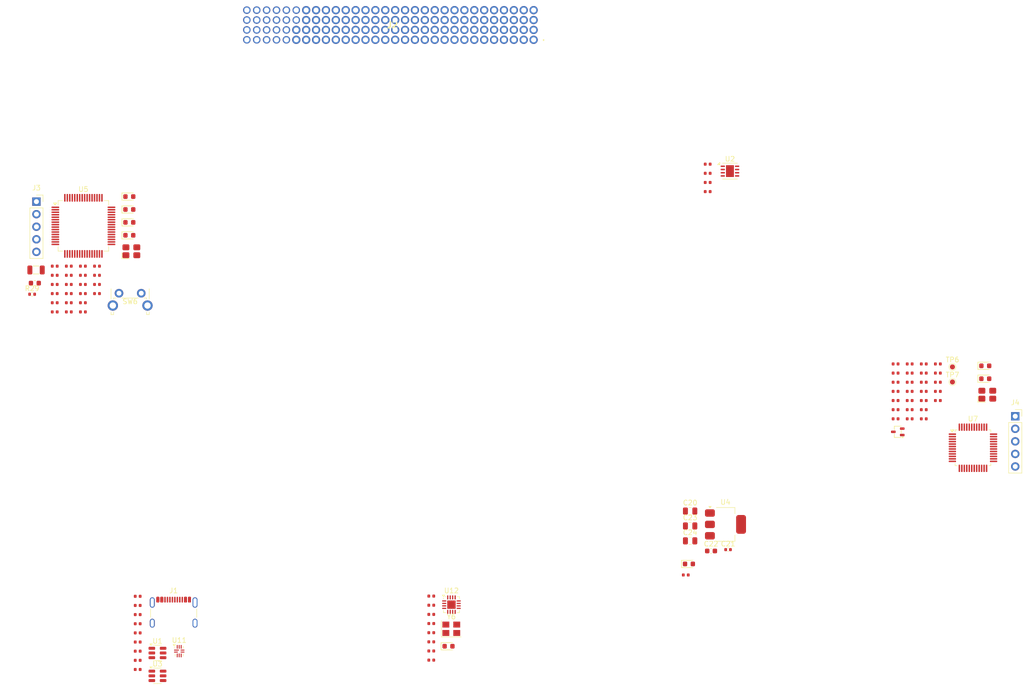
<source format=kicad_pcb>
(kicad_pcb (version 20240108) (generator "pcbnew") (generator_version "8.0")
  (layers (0 "F.Cu" signal) (1 "In1.Cu" power "GND") (2 "In2.Cu" power "3V3") (31 "B.Cu" signal) (34 "B.Paste" user) (35 "F.Paste" user) (36 "B.SilkS" user "B.Silkscreen") (37 "F.SilkS" user "F.Silkscreen") (38 "B.Mask" user) (39 "F.Mask" user) (44 "Edge.Cuts" user))
  (net 0 "")
  (net 1 "/MCU/BOOT0")
  (net 2 "GND")
  (net 3 "/MCU/SWD.~{RST}")
  (net 4 "/ST-LINK/STLINK-RST")
  (net 5 "/ST-LINK/STLINK-OSC_IN")
  (net 6 "/ST-LINK/STLINK-OSC_OUT")
  (net 7 "/MCU/+VDDA")
  (net 8 "+5V")
  (net 9 "+3V3")
  (net 10 "Net-(J1-SHIELD)")
  (net 11 "/USB-C/VBUS_IN")
  (net 12 "Net-(U12-3V3)")
  (net 13 "Net-(U5-VCAP)")
  (net 14 "/MCU/OSC32_OUT")
  (net 15 "/MCU/OSC_IN")
  (net 16 "/MCU/OSC32_IN")
  (net 17 "/MCU/OSC_OUT")
  (net 18 "Net-(D2-Pad2)")
  (net 19 "Net-(D3-Pad2)")
  (net 20 "/ST-LINK/LED")
  (net 21 "Net-(D7-Pad2)")
  (net 22 "Net-(D8-Pad1)")
  (net 23 "Net-(D9-Pad1)")
  (net 24 "Net-(D10-Pad1)")
  (net 25 "Net-(D11-Pad2)")
  (net 26 "Net-(D12-Pad2)")
  (net 28 "/MCU/BOOT_EN")
  (net 29 "/USB-C/USB2S.D-")
  (net 30 "/USB-C/USB2S.D+")
  (net 32 "/MCU/V_SENSE")
  (net 33 "/USB-C/CC1")
  (net 34 "/USB-C/CC2")
  (net 150 "/MCU/SWD.SWCLK")
  (net 151 "/MCU/SWD.SWDIO")
  (net 152 "Net-(Q2-E)")
  (net 153 "Net-(Q2-B)")
  (net 154 "/BUS_CONNECTOR/CAN1.+")
  (net 155 "Net-(R2-Pad2)")
  (net 156 "Net-(U2-STB)")
  (net 157 "Net-(U7-PB13)")
  (net 158 "Net-(U7-PB14)")
  (net 159 "/ST-LINK/STLINK-BOOT0")
  (net 160 "Net-(U7-PB12)")
  (net 161 "Net-(U7-PC13)")
  (net 162 "Net-(U7-PC14)")
  (net 163 "/MCU/USER_LED_1")
  (net 164 "Net-(U7-PB0)")
  (net 165 "Net-(U7-PA5)")
  (net 166 "Net-(U7-PA0)")
  (net 167 "/ST-LINK/ST-LINK.D+")
  (net 168 "/ST-LINK/USB_RENUM")
  (net 169 "Net-(U11-SEL)")
  (net 170 "Net-(U11-~{OE})")
  (net 171 "/MCU/STATUS_LED")
  (net 172 "/USB_HUB/USB_MCU_R.D-")
  (net 173 "/MCU/USB_MCU.D-")
  (net 174 "/USB_HUB/USB_MCU_R.D+")
  (net 175 "/MCU/USB_MCU.D+")
  (net 176 "/ST-LINK/ST-LINK.D-")
  (net 177 "/USB_HUB/USBOUT1_R.D-")
  (net 178 "/USB_HUB/USBOUT1_R.D+")
  (net 179 "Net-(U12-PGANG)")
  (net 180 "/MCU/USER_LED_2")
  (net 181 "/ST-LINK/STLINK_TX")
  (net 182 "/ST-LINK/STLINK_RX")
  (net 183 "/ST-LINK/DIO")
  (net 184 "/ST-LINK/CLK")
  (net 185 "/USB-C/BACKPLANE.D-")
  (net 186 "/USB-C/BACKPLANE.D+")
  (net 187 "/BUS_CONNECTOR/CAN1.-")
  (net 188 "/MCU/CAN.RX")
  (net 189 "/MCU/CAN.TX")
  (net 225 "/MCU/BOOT")
  (net 234 "/ST-LINK/SWO")
  (net 248 "/USB-C/EXTUSB.D-")
  (net 249 "/USB-C/EXTUSB.D+")
  (net 254 "Net-(U12-XI)")
  (net 255 "Net-(U12-XO)")
  (footprint "Package_DFN_QFN:UQFN-10_1.4x1.8mm_P0.4mm" (layer "F.Cu") (at 78.13 167.13)
    (property "Reference" "U11" (at 0 -2.2 0) (layer "F.SilkS"))
    (property "Value" "FSUSB42UMX")
    (pad "1" smd roundrect (at -0.5625 -0.2) (size 0.975 0.2) (layers "F.Cu" "F.Paste" "F.Mask") (net 249 "/USB-C/EXTUSB.D+"))
    (pad "2" smd roundrect (at -0.6625 0.2) (size 0.775 0.2) (layers "F.Cu" "F.Paste" "F.Mask") (net 248 "/USB-C/EXTUSB.D-"))
    (pad "3" smd roundrect (at -0.4 0.8625) (size 0.2 0.775) (layers "F.Cu" "F.Paste" "F.Mask") (net 2 "GND"))
    (pad "4" smd roundrect (at 0 0.8625) (size 0.2 0.775) (layers "F.Cu" "F.Paste" "F.Mask") (net 185 "/USB-C/BACKPLANE.D-"))
    (pad "5" smd roundrect (at 0.4 0.8625) (size 0.2 0.775) (layers "F.Cu" "F.Paste" "F.Mask") (net 186 "/USB-C/BACKPLANE.D+"))
    (pad "6" smd roundrect (at 0.6625 0.2) (size 0.775 0.2) (layers "F.Cu" "F.Paste" "F.Mask") (net 29 "/USB-C/USB2S.D-"))
    (pad "7" smd roundrect (at 0.6625 -0.2) (size 0.775 0.2) (layers "F.Cu" "F.Paste" "F.Mask") (net 30 "/USB-C/USB2S.D+"))
    (pad "8" smd roundrect (at 0.4 -0.8625) (size 0.2 0.775) (layers "F.Cu" "F.Paste" "F.Mask") (net 170 "Net-(U11-~{OE})"))
    (pad "9" smd roundrect (at 0 -0.8625) (size 0.2 0.775) (layers "F.Cu" "F.Paste" "F.Mask") (net 9 "+3V3"))
    (pad "10" smd roundrect (at -0.4 -0.8625) (size 0.2 0.775) (layers "F.Cu" "F.Paste" "F.Mask") (net 169 "Net-(U11-SEL)"))
  )
  (footprint "PCM_JLCPCB:R_0402" (layer "F.Cu") (at 225.85 112.75)
    (property "Reference" "R7" (hide yes))
    (property "Value" "100kΩ" (hide yes))
    (pad "1" smd roundrect (at -0.5 0) (size 0.56 0.62) (layers "F.Cu" "F.Paste" "F.Mask") (net 9 "+3V3"))
    (pad "2" smd roundrect (at 0.5 0) (size 0.56 0.62) (layers "F.Cu" "F.Paste" "F.Mask") (net 4 "/ST-LINK/STLINK-RST"))
  )
  (footprint "PCM_JLCPCB:D_0603" (layer "F.Cu") (at 68.04 77.815)
    (property "Reference" "D7" (hide yes))
    (property "Value" "Red")
    (pad "1" smd roundrect (at -0.79 0) (size 0.88 0.95) (layers "F.Cu" "F.Paste" "F.Mask") (net 2 "GND"))
    (pad "2" smd roundrect (at 0.79 0) (size 0.88 0.95) (layers "F.Cu" "F.Paste" "F.Mask") (net 21 "Net-(D7-Pad2)"))
  )
  (footprint "PCM_JLCPCB:R_0402" (layer "F.Cu") (at 231.55 109.05)
    (property "Reference" "R51" (hide yes))
    (property "Value" "10kΩ" (hide yes))
    (pad "1" smd roundrect (at -0.5 0) (size 0.56 0.62) (layers "F.Cu" "F.Paste" "F.Mask") (net 22 "Net-(D8-Pad1)"))
    (pad "2" smd roundrect (at 0.5 0) (size 0.56 0.62) (layers "F.Cu" "F.Paste" "F.Mask") (net 2 "GND"))
  )
  (footprint "PCM_JLCPCB:C_0402" (layer "F.Cu") (at 223 110.9)
    (property "Reference" "C6" (hide yes))
    (property "Value" "33pF")
    (pad "1" smd roundrect (at -0.5 0) (size 0.56 0.62) (layers "F.Cu" "F.Paste" "F.Mask") (net 5 "/ST-LINK/STLINK-OSC_IN"))
    (pad "2" smd roundrect (at 0.5 0) (size 0.56 0.62) (layers "F.Cu" "F.Paste" "F.Mask") (net 2 "GND"))
  )
  (footprint "PCM_JLCPCB:R_0402" (layer "F.Cu") (at 129.1 168.95)
    (property "Reference" "R68" (hide yes))
    (property "Value" "1kΩ" (hide yes))
    (pad "1" smd roundrect (at -0.5 0) (size 0.56 0.62) (layers "F.Cu" "F.Paste" "F.Mask") (net 179 "Net-(U12-PGANG)"))
    (pad "2" smd roundrect (at 0.5 0) (size 0.56 0.62) (layers "F.Cu" "F.Paste" "F.Mask") (net 23 "Net-(D9-Pad1)"))
  )
  (footprint "Resistor_SMD:R_0402_1005Metric" (layer "F.Cu") (at 48.38 94.955)
    (property "Reference" "R29" (at 0 -1.17 0) (layer "F.SilkS"))
    (property "Value" "1k")
    (pad "1" smd roundrect (at -0.51 0) (size 0.54 0.64) (layers "F.Cu" "F.Paste" "F.Mask") (net 32 "/MCU/V_SENSE"))
    (pad "2" smd roundrect (at 0.51 0) (size 0.54 0.64) (layers "F.Cu" "F.Paste" "F.Mask") (net 2 "GND"))
  )
  (footprint "PCM_JLCPCB:C_0402" (layer "F.Cu") (at 223 116.45)
    (property "Reference" "C25" (hide yes))
    (property "Value" "100nF")
    (pad "1" smd roundrect (at -0.5 0) (size 0.56 0.62) (layers "F.Cu" "F.Paste" "F.Mask") (net 9 "+3V3"))
    (pad "2" smd roundrect (at 0.5 0) (size 0.56 0.62) (layers "F.Cu" "F.Paste" "F.Mask") (net 2 "GND"))
  )
  (footprint "PCM_JLCPCB:R_0402" (layer "F.Cu") (at 185 72.35)
    (property "Reference" "R2" (hide yes))
    (property "Value" "120Ω" (hide yes))
    (pad "1" smd roundrect (at -0.5 0) (size 0.56 0.62) (layers "F.Cu" "F.Paste" "F.Mask") (net 154 "/BUS_CONNECTOR/CAN1.+"))
    (pad "2" smd roundrect (at 0.5 0) (size 0.56 0.62) (layers "F.Cu" "F.Paste" "F.Mask") (net 155 "Net-(R2-Pad2)"))
  )
  (footprint "PCM_JLCPCB:C_0402" (layer "F.Cu") (at 129.1 156)
    (property "Reference" "C47" (hide yes))
    (property "Value" "100nF")
    (pad "1" smd roundrect (at -0.5 0) (size 0.56 0.62) (layers "F.Cu" "F.Paste" "F.Mask") (net 12 "Net-(U12-3V3)"))
    (pad "2" smd roundrect (at 0.5 0) (size 0.56 0.62) (layers "F.Cu" "F.Paste" "F.Mask") (net 2 "GND"))
  )
  (footprint "PCM_JLCPCB:C_0402" (layer "F.Cu") (at 69.73 159.74)
    (property "Reference" "C46" (hide yes))
    (property "Value" "100nF")
    (pad "1" smd roundrect (at -0.5 0) (size 0.56 0.62) (layers "F.Cu" "F.Paste" "F.Mask") (net 9 "+3V3"))
    (pad "2" smd roundrect (at 0.5 0) (size 0.56 0.62) (layers "F.Cu" "F.Paste" "F.Mask") (net 2 "GND"))
  )
  (footprint "PCM_JLCPCB:R_0402" (layer "F.Cu") (at 225.85 114.6)
    (property "Reference" "R8" (hide yes))
    (property "Value" "22Ω" (hide yes))
    (pad "1" smd roundrect (at -0.5 0) (size 0.56 0.62) (layers "F.Cu" "F.Paste" "F.Mask") (net 150 "/MCU/SWD.SWCLK"))
    (pad "2" smd roundrect (at 0.5 0) (size 0.56 0.62) (layers "F.Cu" "F.Paste" "F.Mask") (net 157 "Net-(U7-PB13)"))
  )
  (footprint "TestPoint:TestPoint_Pad_D1.0mm" (layer "F.Cu") (at 234.5 109.65)
    (property "Reference" "TP6" (at 0 -1.448 0) (layer "F.SilkS"))
    (property "Value" "TestPoint")
    (pad "1" smd circle (at 0 0) (size 1 1) (layers "F.Cu" "F.Mask") (net 181 "/ST-LINK/STLINK_TX"))
  )
  (footprint "Crystal:Crystal_SMD_3225-4Pin_3.2x2.5mm" (layer "F.Cu") (at 133.15 162.61)
    (property "Reference" "Y6" (at 0 -2.45 0) (layer "F.SilkS"))
    (property "Value" "12Mhz")
    (pad "1" smd rect (at -1.1 0.85) (size 1.4 1.2) (layers "F.Cu" "F.Paste" "F.Mask") (net 255 "Net-(U12-XO)"))
    (pad "2" smd rect (at 1.1 0.85) (size 1.4 1.2) (layers "F.Cu" "F.Paste" "F.Mask") (net 2 "GND"))
    (pad "3" smd rect (at 1.1 -0.85) (size 1.4 1.2) (layers "F.Cu" "F.Paste" "F.Mask") (net 254 "Net-(U12-XI)"))
    (pad "4" smd rect (at -1.1 -0.85) (size 1.4 1.2) (layers "F.Cu" "F.Paste" "F.Mask") (net 2 "GND"))
  )
  (footprint "PCM_JLCPCB:R_0402" (layer "F.Cu") (at 58.65 96.675)
    (property "Reference" "R5" (hide yes))
    (property "Value" "10kΩ" (hide yes))
    (pad "1" smd roundrect (at -0.5 0) (size 0.56 0.62) (layers "F.Cu" "F.Paste" "F.Mask") (net 9 "+3V3"))
    (pad "2" smd roundrect (at 0.5 0) (size 0.56 0.62) (layers "F.Cu" "F.Paste" "F.Mask") (net 3 "/MCU/SWD.~{RST}"))
  )
  (footprint "PCM_JLCPCB:R_0402" (layer "F.Cu") (at 231.55 114.6)
    (property "Reference" "R54" (hide yes))
    (property "Value" "39kΩ" (hide yes))
    (pad "1" smd roundrect (at -0.5 0) (size 0.56 0.62) (layers "F.Cu" "F.Paste" "F.Mask") (net 153 "Net-(Q2-B)"))
    (pad "2" smd roundrect (at 0.5 0) (size 0.56 0.62) (layers "F.Cu" "F.Paste" "F.Mask") (net 2 "GND"))
  )
  (footprint "PCM_JLCPCB:C_0402" (layer "F.Cu") (at 223 114.6)
    (property "Reference" "C8" (hide yes))
    (property "Value" "33pF")
    (pad "1" smd roundrect (at -0.5 0) (size 0.56 0.62) (layers "F.Cu" "F.Paste" "F.Mask") (net 6 "/ST-LINK/STLINK-OSC_OUT"))
    (pad "2" smd roundrect (at 0.5 0) (size 0.56 0.62) (layers "F.Cu" "F.Paste" "F.Mask") (net 2 "GND"))
  )
  (footprint "PCM_JLCPCB:R_0402" (layer "F.Cu") (at 58.65 94.825)
    (property "Reference" "R4" (hide yes))
    (property "Value" "10kΩ" (hide yes))
    (pad "1" smd roundrect (at -0.5 0) (size 0.56 0.62) (layers "F.Cu" "F.Paste" "F.Mask") (net 1 "/MCU/BOOT0"))
    (pad "2" smd roundrect (at 0.5 0) (size 0.56 0.62) (layers "F.Cu" "F.Paste" "F.Mask") (net 2 "GND"))
  )
  (footprint "PCM_JLCPCB:R_0402" (layer "F.Cu") (at 225.85 120.15)
    (property "Reference" "R25" (hide yes))
    (property "Value" "100Ω" (hide yes))
    (pad "1" smd roundrect (at -0.5 0) (size 0.56 0.62) (layers "F.Cu" "F.Paste" "F.Mask") (net 158 "Net-(U7-PB14)"))
    (pad "2" smd roundrect (at 0.5 0) (size 0.56 0.62) (layers "F.Cu" "F.Paste" "F.Mask") (net 160 "Net-(U7-PB12)"))
  )
  (footprint "Capacitor_SMD:C_0805_2012Metric" (layer "F.Cu") (at 181.45 141.815)
    (property "Reference" "C23" (at 0 -1.68 0) (layer "F.SilkS"))
    (property "Value" "10u")
    (pad "1" smd roundrect (at -0.95 0) (size 1 1.45) (layers "F.Cu" "F.Paste" "F.Mask") (net 9 "+3V3"))
    (pad "2" smd roundrect (at 0.95 0) (size 1 1.45) (layers "F.Cu" "F.Paste" "F.Mask") (net 2 "GND"))
  )
  (footprint "PCM_JLCPCB:R_0402" (layer "F.Cu") (at 58.65 98.525)
    (property "Reference" "R27" (hide yes))
    (property "Value" "10kΩ" (hide yes))
    (pad "1" smd roundrect (at -0.5 0) (size 0.56 0.62) (layers "F.Cu" "F.Paste" "F.Mask") (net 8 "+5V"))
    (pad "2" smd roundrect (at 0.5 0) (size 0.56 0.62) (layers "F.Cu" "F.Paste" "F.Mask") (net 32 "/MCU/V_SENSE"))
  )
  (footprint "PCM_JLCPCB:C_0402" (layer "F.Cu") (at 185 68.65)
    (property "Reference" "C3" (hide yes))
    (property "Value" "100nF")
    (pad "1" smd roundrect (at -0.5 0) (size 0.56 0.62) (layers "F.Cu" "F.Paste" "F.Mask") (net 2 "GND"))
    (pad "2" smd roundrect (at 0.5 0) (size 0.56 0.62) (layers "F.Cu" "F.Paste" "F.Mask") (net 8 "+5V"))
  )
  (footprint "PCM_JLCPCB:C_0402" (layer "F.Cu") (at 52.95 96.675)
    (property "Reference" "C28" (hide yes))
    (property "Value" "100nF")
    (pad "1" smd roundrect (at -0.5 0) (size 0.56 0.62) (layers "F.Cu" "F.Paste" "F.Mask") (net 7 "/MCU/+VDDA"))
    (pad "2" smd roundrect (at 0.5 0) (size 0.56 0.62) (layers "F.Cu" "F.Paste" "F.Mask") (net 2 "GND"))
  )
  (footprint "PCM_JLCPCB:R_0402" (layer "F.Cu") (at 58.65 92.975)
    (property "Reference" "R3" (hide yes))
    (property "Value" "1kΩ" (hide yes))
    (pad "1" smd roundrect (at -0.5 0) (size 0.56 0.62) (layers "F.Cu" "F.Paste" "F.Mask") (net 28 "/MCU/BOOT_EN"))
    (pad "2" smd roundrect (at 0.5 0) (size 0.56 0.62) (layers "F.Cu" "F.Paste" "F.Mask") (net 1 "/MCU/BOOT0"))
  )
  (footprint "PCM_JLCPCB:R_0402" (layer "F.Cu") (at 129.1 163.4)
    (property "Reference" "R65" (hide yes))
    (property "Value" "22Ω" (hide yes))
    (pad "1" smd roundrect (at -0.5 0) (size 0.56 0.62) (layers "F.Cu" "F.Paste" "F.Mask") (net 175 "/MCU/USB_MCU.D+"))
    (pad "2" smd roundrect (at 0.5 0) (size 0.56 0.62) (layers "F.Cu" "F.Paste" "F.Mask") (net 174 "/USB_HUB/USB_MCU_R.D+"))
  )
  (footprint "PCM_JLCPCB:R_0402" (layer "F.Cu") (at 231.55 110.9)
    (property "Reference" "R52" (hide yes))
    (property "Value" "1.2kΩ" (hide yes))
    (pad "1" smd roundrect (at -0.5 0) (size 0.56 0.62) (layers "F.Cu" "F.Paste" "F.Mask") (net 152 "Net-(Q2-E)"))
    (pad "2" smd roundrect (at 0.5 0) (size 0.56 0.62) (layers "F.Cu" "F.Paste" "F.Mask") (net 167 "/ST-LINK/ST-LINK.D+"))
  )
  (footprint "PCM_JLCPCB:R_0402" (layer "F.Cu") (at 129.1 165.25)
    (property "Reference" "R66" (hide yes))
    (property "Value" "22Ω" (hide yes))
    (pad "1" smd roundrect (at -0.5 0) (size 0.56 0.62) (layers "F.Cu" "F.Paste" "F.Mask") (net 176 "/ST-LINK/ST-LINK.D-"))
    (pad "2" smd roundrect (at 0.5 0) (size 0.56 0.62) (layers "F.Cu" "F.Paste" "F.Mask") (net 177 "/USB_HUB/USBOUT1_R.D-"))
  )
  (footprint "PCM_JLCPCB:R_0402" (layer "F.Cu") (at 61.5 92.975)
    (property "Reference" "R69" (hide yes))
    (property "Value" "1.2kΩ" (hide yes))
    (pad "1" smd roundrect (at -0.5 0) (size 0.56 0.62) (layers "F.Cu" "F.Paste" "F.Mask") (net 180 "/MCU/USER_LED_2"))
    (pad "2" smd roundrect (at 0.5 0) (size 0.56 0.62) (layers "F.Cu" "F.Paste" "F.Mask") (net 18 "Net-(D2-Pad2)"))
  )
  (footprint "PCM_JLCPCB:R_0402" (layer "F.Cu") (at 180.57 151.73)
    (property "Reference" "R62" (hide yes))
    (property "Value" "220Ω" (hide yes))
    (pad "1" smd roundrect (at -0.5 0) (size 0.56 0.62) (layers "F.Cu" "F.Paste" "F.Mask") (net 24 "Net-(D10-Pad1)"))
    (pad "2" smd roundrect (at 0.5 0) (size 0.56 0.62) (layers "F.Cu" "F.Paste" "F.Mask") (net 2 "GND"))
  )
  (footprint "PCM_JLCPCB:R_0402" (layer "F.Cu") (at 228.7 109.05)
    (property "Reference" "R26" (hide yes))
    (property "Value" "10kΩ" (hide yes))
    (pad "1" smd roundrect (at -0.5 0) (size 0.56 0.62) (layers "F.Cu" "F.Paste" "F.Mask") (net 2 "GND"))
    (pad "2" smd roundrect (at 0.5 0) (size 0.56 0.62) (layers "F.Cu" "F.Paste" "F.Mask") (net 161 "Net-(U7-PC13)"))
  )
  (footprint "PCM_JLCPCB:R_0402" (layer "F.Cu") (at 228.7 110.9)
    (property "Reference" "R28" (hide yes))
    (property "Value" "10kΩ" (hide yes))
    (pad "1" smd roundrect (at -0.5 0) (size 0.56 0.62) (layers "F.Cu" "F.Paste" "F.Mask") (net 2 "GND"))
    (pad "2" smd roundrect (at 0.5 0) (size 0.56 0.62) (layers "F.Cu" "F.Paste" "F.Mask") (net 162 "Net-(U7-PC14)"))
  )
  (footprint "Package_TO_SOT_SMD:SOT-23-6" (layer "F.Cu") (at 73.73 167.505)
    (property "Reference" "U1" (at 0 -2.4 0) (layer "F.SilkS"))
    (property "Value" "IP4220CZ6")
    (pad "1" smd roundrect (at -1.1375 -0.95) (size 1.325 0.6) (layers "F.Cu" "F.Paste" "F.Mask") (net 185 "/USB-C/BACKPLANE.D-"))
    (pad "2" smd roundrect (at -1.1375 0) (size 1.325 0.6) (layers "F.Cu" "F.Paste" "F.Mask") (net 2 "GND"))
    (pad "3" smd roundrect (at -1.1375 0.95) (size 1.325 0.6) (layers "F.Cu" "F.Paste" "F.Mask") (net 186 "/USB-C/BACKPLANE.D+"))
    (pad "4" smd roundrect (at 1.1375 0.95) (size 1.325 0.6) (layers "F.Cu" "F.Paste" "F.Mask") (net 186 "/USB-C/BACKPLANE.D+"))
    (pad "5" smd roundrect (at 1.1375 0) (size 1.325 0.6) (layers "F.Cu" "F.Paste" "F.Mask") (net 11 "/USB-C/VBUS_IN"))
    (pad "6" smd roundrect (at 1.1375 -0.95) (size 1.325 0.6) (layers "F.Cu" "F.Paste" "F.Mask") (net 185 "/USB-C/BACKPLANE.D-"))
  )
  (footprint "PCM_JLCPCB:R_0402" (layer "F.Cu") (at 231.55 116.45)
    (property "Reference" "R55" (hide yes))
    (property "Value" "100Ω" (hide yes))
    (pad "1" smd roundrect (at -0.5 0) (size 0.56 0.62) (layers "F.Cu" "F.Paste" "F.Mask") (net 153 "Net-(Q2-B)"))
    (pad "2" smd roundrect (at 0.5 0) (size 0.56 0.62) (layers "F.Cu" "F.Paste" "F.Mask") (net 168 "/ST-LINK/USB_RENUM"))
  )
  (footprint "PCM_JLCPCB:D_0603" (layer "F.Cu") (at 241.14 112.04)
    (property "Reference" "D8" (hide yes))
    (property "Value" "Green")
    (pad "1" smd roundrect (at -0.79 0) (size 0.88 0.95) (layers "F.Cu" "F.Paste" "F.Mask") (net 22 "Net-(D8-Pad1)"))
    (pad "2" smd roundrect (at 0.79 0) (size 0.88 0.95) (layers "F.Cu" "F.Paste" "F.Mask") (net 20 "/ST-LINK/LED"))
  )
  (footprint "PCM_JLCPCB:R_0402" (layer "F.Cu") (at 225.85 116.45)
    (property "Reference" "R9" (hide yes))
    (property "Value" "22Ω" (hide yes))
    (pad "1" smd roundrect (at -0.5 0) (size 0.56 0.62) (layers "F.Cu" "F.Paste" "F.Mask") (net 151 "/MCU/SWD.SWDIO"))
    (pad "2" smd roundrect (at 0.5 0) (size 0.56 0.62) (layers "F.Cu" "F.Paste" "F.Mask") (net 158 "Net-(U7-PB14)"))
  )
  (footprint "lib:PTHF13002GQ368" (layer "F.Cu") (at 149.8 43.5)
    (property "Reference" "J2" (at -28.549 -3 0) (layer "F.SilkS") (effects (font (size 1.27 1.27) (thickness 0.254))))
    (property "Value" "PTHF-130-02-G-Q-368" (hide yes))
    (pad "1" thru_hole circle (at 0 0) (size 1.68 1.68) (drill 1.0414) (layers "*.Cu" "*.Mask"))
    (pad "2" thru_hole circle (at 0 -2) (size 1.68 1.68) (drill 1.0414) (layers "*.Cu" "*.Mask"))
    (pad "3" thru_hole circle (at 0 -4) (size 1.68 1.68) (drill 1.0414) (layers "*.Cu" "*.Mask"))
    (pad "4" thru_hole circle (at 0 -6) (size 1.68 1.68) (drill 1.0414) (layers "*.Cu" "*.Mask"))
    (pad "5" thru_hole circle (at -2 0) (size 1.68 1.68) (drill 1.0414) (layers "*.Cu" "*.Mask"))
    (pad "6" thru_hole circle (at -2 -2) (size 1.68 1.68) (drill 1.0414) (layers "*.Cu" "*.Mask"))
    (pad "7" thru_hole circle (at -2 -4) (size 1.68 1.68) (drill 1.0414) (layers "*.Cu" "*.Mask"))
    (pad "8" thru_hole circle (at -2 -6) (size 1.68 1.68) (drill 1.0414) (layers "*.Cu" "*.Mask"))
    (pad "9" thru_hole circle (at -4 0) (size 1.68 1.68) (drill 1.0414) (layers "*.Cu" "*.Mask"))
    (pad "10" thru_hole circle (at -4 -2) (size 1.68 1.68) (drill 1.0414) (layers "*.Cu" "*.Mask"))
    (pad "11" thru_hole circle (at -4 -4) (size 1.68 1.68) (drill 1.0414) (layers "*.Cu" "*.Mask"))
    (pad "12" thru_hole circle (at -4 -6) (size 1.68 1.68) (drill 1.0414) (layers "*.Cu" "*.Mask"))
    (pad "13" thru_hole circle (at -6 0) (size 1.68 1.68) (drill 1.0414) (layers "*.Cu" "*.Mask"))
    (pad "14" thru_hole circle (at -6 -2) (size 1.68 1.68) (drill 1.0414) (layers "*.Cu" "*.Mask"))
    (pad "15" thru_hole circle (at -6 -4) (size 1.68 1.68) (drill 1.0414) (layers "*.Cu" "*.Mask"))
    (pad "16" thru_hole circle (at -6 -6) (size 1.68 1.68) (drill 1.0414) (layers "*.Cu" "*.Mask"))
    (pad "17" thru_hole circle (at -8 0) (size 1.68 1.68) (drill 1.0414) (layers "*.Cu" "*.Mask"))
    (pad "18" thru_hole circle (at -8 -2) (size 1.68 1.68) (drill 1.0414) (layers "*.Cu" "*.Mask"))
    (pad "19" thru_hole circle (at -8 -4) (size 1.68 1.68) (drill 1.0414) (layers "*.Cu" "*.Mask"))
    (pad "20" thru_hole circle (at -8 -6) (size 1.68 1.68) (drill 1.0414) (layers "*.Cu" "*.Mask"))
    (pad "21" thru_hole circle (at -10 0) (size 1.68 1.68) (drill 1.0414) (layers "*.Cu" "*.Mask"))
    (pad "22" thru_hole circle (at -10 -2) (size 1.68 1.68) (drill 1.0414) (layers "*.Cu" "*.Mask"))
    (pad "23" thru_hole circle (at -10 -4) (size 1.68 1.68) (drill 1.0414) (layers "*.Cu" "*.Mask"))
    (pad "24" thru_hole circle (at -10 -6) (size 1.68 1.68) (drill 1.0414) (layers "*.Cu" "*.Mask"))
    (pad "25" thru_hole circle (at -12 0) (size 1.68 1.68) (drill 1.0414) (layers "*.Cu" "*.Mask"))
    (pad "26" thru_hole circle (at -12 -2) (size 1.68 1.68) (drill 1.0414) (layers "*.Cu" "*.Mask"))
    (pad "27" thru_hole circle (at -12 -4) (size 1.68 1.68) (drill 1.0414) (layers "*.Cu" "*.Mask"))
    (pad "28" thru_hole circle (at -12 -6) (size 1.68 1.68) (drill 1.0414) (layers "*.Cu" "*.Mask"))
    (pad "29" thru_hole circle (at -14 0) (size 1.68 1.68) (drill 1.0414) (layers "*.Cu" "*.Mask"))
    (pad "30" thru_hole circle (at -14 -2) (size 1.68 1.68) (drill 1.0414) (layers "*.Cu" "*.Mask") (net 2 "GND"))
    (pad "31" thru_hole circle (at -14 -4) (size 1.68 1.68) (drill 1.0414) (layers "*.Cu" "*.Mask"))
    (pad "32" thru_hole circle (at -14 -6) (size 1.68 1.68) (drill 1.0414) (layers "*.Cu" "*.Mask"))
    (pad "33" thru_hole circle (at -16 0) (size 1.68 1.68) (drill 1.0414) (layers "*.Cu" "*.Mask"))
    (pad "34" thru_hole circle (at -16 -2) (size 1.68 1.68) (drill 1.0414) (layers "*.Cu" "*.Mask"))
    (pad "35" thru_hole circle (at -16 -4) (size 1.68 1.68) (drill 1.0414) (layers "*.Cu" "*.Mask"))
    (pad "36" thru_hole circle (at -16 -6) (size 1.68 1.68) (drill 1.0414) (layers "*.Cu" "*.Mask"))
    (pad "37" thru_hole circle (at -18 0) (size 1.68 1.68) (drill 1.0414) (layers "*.Cu" "*.Mask"))
    (pad "38" thru_hole circle (at -18 -2) (size 1.68 1.68) (drill 1.0414) (layers "*.Cu" "*.Mask"))
    (pad "39" thru_hole circle (at -18 -4) (size 1.68 1.68) (drill 1.0414) (layers "*.Cu" "*.Mask"))
    (pad "40" thru_hole circle (at -18 -6) (size 1.68 1.68) (drill 1.0414) (layers "*.Cu" "*.Mask"))
    (pad "41" thru_hole circle (at -20 0) (size 1.68 1.68) (drill 1.0414) (layers "*.Cu" "*.Mask"))
    (pad "42" thru_hole circle (at -20 -2) (size 1.68 1.68) (drill 1.0414) (layers "*.Cu" "*.Mask"))
    (pad "43" thru_hole circle (at -20 -4) (size 1.68 1.68) (drill 1.0414) (layers "*.Cu" "*.Mask"))
    (pad "44" thru_hole circle (at -20 -6) (size 1.68 1.68) (drill 1.0414) (layers "*.Cu" "*.Mask"))
    (pad "45" thru_hole circle (at -22 0) (size 1.68 1.68) (drill 1.0414) (layers "*.Cu" "*.Mask"))
    (pad "46" thru_hole circle (at -22 -2) (size 1.68 1.68) (drill 1.0414) (layers "*.Cu" "*.Mask"))
    (pad "47" thru_hole circle (at -22 -4) (size 1.68 1.68) (drill 1.0414) (layers "*.Cu" "*.Mask"))
    (pad "48" thru_hole circle (at -22 -6) (size 1.68 1.68) (drill 1.0414) (layers "*.Cu" "*.Mask"))
    (pad "49" thru_hole circle (at -24 0) (size 1.68 1.68) (drill 1.0414) (layers "*.Cu" "*.Mask"))
    (pad "50" thru_hole circle (at -24 -2) (size 1.68 1.68) (drill 1.0414) (layers "*.Cu" "*.Mask"))
    (pad "51" thru_hole circle (at -24 -4) (size 1.68 1.68) (drill 1.0414) (layers "*.Cu" "*.Mask"))
    (pad "52" thru_hole circle (at -24 -6) (size 1.68 1.68) (drill 1.0414) (layers "*.Cu" "*.Mask"))
    (pad "53" thru_hole circle (at -26 0) (size 1.68 1.68) (drill 1.0414) (layers "*.Cu" "*.Mask"))
    (pad "54" thru_hole circle (at -26 -2) (size 1.68 1.68) (drill 1.0414) (layers "*.Cu" "*.Mask"))
    (pad "55" thru_hole circle (at -26 -4) (size 1.68 1.68) (drill 1.0414) (layers "*.Cu" "*.Mask"))
    (pad "56" thru_hole circle (at -26 -6) (size 1.68 1.68) (drill 1.0414) (layers "*.Cu" "*.Mask"))
    (pad "57" thru_hole circle (at -28 0) (size 1.68 1.68) (drill 1.0414) (layers "*.Cu" "*.Mask"))
    (pad "58" thru_hole circle (at -28 -2) (size 1.68 1.68) (drill 1.0414) (layers "*.Cu" "*.Mask"))
    (pad "59" thru_hole circle (at -28 -4) (size 1.68 1.68) (drill 1.0414) (layers "*.Cu" "*.Mask"))
    (pad "60" thru_hole circle (at -28 -6) (size 1.68 1.68) (drill 1.0414) (layers "*.Cu" "*.Mask"))
    (pad "61" thru_hole circle (at -30 0) (size 1.68 1.68) (drill 1.0414) (layers "*.Cu" "*.Mask"))
    (pad "62" thru_hole circle (at -30 -2) (size 1.68 1.68) (drill 1.0414) (layers "*.Cu" "*.Mask"))
    (pad "63" thru_hole circle (at -30 -4) (size 1.68 1.68) (drill 1.0414) (layers "*.Cu" "*.Mask"))
    (pad "64" thru_hole circle (at -30 -6) (size 1.68 1.68) (drill 1.0414) (layers "*.Cu" "*.Mask"))
    (pad "65" thru_hole circle (at -32 0) (size 1.68 1.68) (drill 1.0414) (layers "*.Cu" "*.Mask"))
    (pad "66" thru_hole circle (at -32 -2) (size 1.68 1.68) (drill 1.0414) (layers "*.Cu" "*.Mask"))
    (pad "67" thru_hole circle (at -32 -4) (size 1.68 1.68) (drill 1.0414) (layers "*.Cu" "*.Mask"))
    (pad "68" thru_hole circle (at -32 -6) (size 1.68 1.68) (drill 1.0414) (layers "*.Cu" "*.Mask"))
    (pad "69" thru_hole circle (at -34 0) (size 1.68 1.68) (drill 1.0414) (layers "*.Cu" "*.Mask"))
    (pad "70" thru_hole circle (at -34 -2) (size 1.68 1.68) (drill 1.0414) (layers "*.Cu" "*.Mask"))
    (pad "71" thru_hole circle (at -34 -4) (size 1.68 1.68) (drill 1.0414) (layers "*.Cu" "*.Mask"))
    (pad "72" thru_hole circle (at -34 -6) (size 1.68 1.68) (drill 1.0414) (layers "*.Cu" "*.Mask"))
    (pad "73" thru_hole circle (at -36 0) (size 1.68 1.68) (drill 1.0414) (layers "*.Cu" "*.Mask"))
    (pad "74" thru_hole circle (at -36 -2) (size 1.68 1.68) (drill 1.0414) (layers "*.Cu" "*.Mask"))
    (pad "75" thru_hole circle (at -36 -4) (size 1.68 1.68) (drill 1.0414) (layers "*.Cu" "*.Mask"))
    (pad "76" thru_hole circle (at -36 -6) (size 1.68 1.68) (drill 1.0414) (layers "*.Cu" "*.Mask"))
    (pad "77" thru_hole circle (at -38 0) (size 1.68 1.68) (drill 1.0414) (layers "*.Cu" "*.Mask"))
    (pad "78" thru_hole circle (at -38 -2) (size 1.68 1.68) (drill 1.0414) (layers "*.Cu" "*.Mask"))
    (pad "79" thru_hole circle (at -38 -4) (size 1.68 1.68) (drill 1.0414) (layers "*.Cu" "*.Mask"))
    (pad "80" thru_hole circle (at -38 -6) (size 1.68 1.68) (drill 1.0414) (layers "*.Cu" "*.Mask"))
    (pad "81" thru_hole circle (at -40 0) (size 1.68 1.68) (drill 1.0414) (layers "*.Cu" "*.Mask"))
    (pad "82" thru_hole circle (at -40 -2) (size 1.68 1.68) (drill 1.0414) (layers "*.Cu" "*.Mask"))
    (pad "83" thru_hole circle (at -40 -4) (size 1.68 1.68) (drill 1.0414) (layers "*.Cu" "*.Mask"))
    (pad "84" thru_hole circle (at -40 -6) (size 1.68 1.68) (drill 1.0414) (layers "*.Cu" "*.Mask"))
    (pad "85" thru_hole circle (at -42 0) (size 1.68 1.68) (drill 1.0414) (layers "*.Cu" "*.Mask"))
    (pad "86" thru_hole circle (at -42 -2) (size 1.68 1.68) (drill 1.0414) (layers "*.Cu" "*.Mask"))
    (pad "87" thru_hole circle (at -42 -4) (size 1.68 1.68) (drill 1.0414) (layers "*.Cu" "*.Mask"))
    (pad "88" thru_hole circle (at -42 -6) (size 1.68 1.68) (drill 1.0414) (layers "*.Cu" "*.Mask"))
    (pad "89" thru_hole circle (at -44 0) (size 1.68 1.68) (drill 1.016) (layers "*.Cu" "*.Mask"))
    (pad "90" thru_hole circle (at -44 -2) (size 1.68 1.68) (drill 1.016) (layers "*.Cu" "*.Mask"))
    (pad "91" thru_hole circle (at -44 -4) (size 1.68 1.68) (drill 1.016) (layers "*.Cu" "*.Mask"))
    (pad "92" thru_hole circle (at -44 -6) (size 1.68 1.68) (drill 1.016) (layers "*.Cu" "*.Mask"))
    (pad "93" thru_hole circle (at -46 0) (size 1.68 1.68) (drill 1.016) (layers "*.Cu" "*.Mask"))
    (pad "94" thru_hole circle (at -46 -2) (size 1.68 1.68) (drill 1.016) (layers "*.Cu" "*.Mask"))
    (pad "95" thru_hole circle (at -46 -4) (size 1.68 1.68) (drill 1.016) (layers "*.Cu" "*.Mask"))
    (pad "96" thru_hole circle (at -46 -6) (size 1.68 1.68) (drill 1.016) (layers "*.Cu" "*.Mask"))
    (pad "97" thru_hole circle (at -48 0) (size 1.68 1.68) (drill 1.016) (layers "*.Cu" "*.Mask"))
    (pad "98" thru_hole circle (at -48 -2) (size 1.68 1.68) (drill 1.016) (layers "*.Cu" "*.Mask"))
    (pad "99" thru_hole circle (at -48 -4) (size 1.524 1.524) (drill 1.016) (layers "*.Cu" "*.Mask"))
    (pad "100" thru_hole circle (at -48 -6) (size 1.524 1.524) (drill 1.016) (layers "*.Cu" "*.Mask"))
    (pad "101" thru_hole circle (at -50 0) (size 1.524 1.524) (drill 1.016) (layers "*.Cu" "*.Mask"))
    (pad "102" thru_hole circle (at -50 -2) (size 1.524 1.524) (drill 1.016) (layers "*.Cu" "*.Mask"))
    (pad "103" thru_hole circle (at -50 -4) (size 1.524 1.524) (drill 1.016) (layers "*.Cu" "*.Mask"))
    (pad "104" thru_hole circle (at -50 -6) (size 1.524 1.524) (drill 1.016) (layers "*.Cu" "*.Mask"))
    (pad "105" thru_hole circle (at -52 0) (size 1.524 1.524) (drill 1.016) (layers "*.Cu" "*.Mask"))
    (pad "106" thru_hole circle (at -52 -2) (size 1.524 1.524) (drill 1.016) (layers "*.Cu" "*.Mask"))
    (pad "107" thru_hole circle (at -52 -4) (size 1.524 1.524) (drill 1.016) (layers "*.Cu" "*.Mask"))
    (pad "108" thru_hole circle (at -52 -6) (size 1.524 1.524) (drill 1.016) (layers "*.Cu" "*.Mask"))
    (pad "109" thru_hole circle (at -54 0) (size 1.524 1.524) (drill 1.016) (layers "*.Cu" "*.Mask"))
    (pad "110" thru_hole circle (at -54 -2) (size 1.524 1.524) (drill 1.016) (layers "*.Cu" "*.Mask"))
    (pad "111" thru_hole circle (at -54 -4) (size 1.524 1.524) (drill 1.016) (layers "*.Cu" "*.Mask"))
    (pad "112" thru_hole circle (at -54 -6) (size 1.524 1.524) (drill 1.016) (layers "*.Cu" "*.Mask"))
    (pad "113" thru_hole circle (at -56 0) (size 1.524 1.524) (drill 1.016) (layers "*.Cu" "*.Mask"))
    (pad "114" thru_hole circle (at -56 -2) (size 1.524 1.524) (drill 1.016) (layers "*.Cu" "*.Mask"))
    (pad "115" thru_hole circle (at -56 -4) (size 1.524 1.524) (drill 1.016) (layers "*.Cu" "*.Mask"))
    (pad "116" thru_hole circle (at -56 -6) (size 1.524 1.524) (drill 1.016) (layers "*.Cu" "*.Mask"))
    (pad "117" thru_hole circle (at -58 0) (size 1.524 1.524) (drill 1.016) (layers "*.Cu" "*.Mask") (net 2 "GND"))
    (pad "118" thru_hole circle (at -58 -2) (size 1.524 1.524) (drill 1.016) (layers "*.Cu" "*.Mask") (net 2 "GND"))
    (pad "119" thru_hole circle (at -58 -4) (size 1.524 1.524) (drill 1.016) (layers "*.Cu" "*.Mask") (net 2 "GND"))
    (pad "120" thru_hole circle (at -58 -6) (size 1.524 1.524) (drill 1.016) (layers "*.Cu" "*.Mask") (net 2 "GND"))
  )
  (footprint "Button_Switch_THT:SW_Tactile_SPST_Angled_PTS645Vx58-2LFS" (layer "F.Cu") (at 65.95 94.75)
    (property "Reference" "SW6" (at 2.25 1.68 0) (layer "F.SilkS"))
    (property "Value" "NRST")
    (pad "" thru_hole circle (at -1.25 2.49) (size 2.1 2.1) (drill 1.3) (layers "*.Cu" "*.Mask"))
    (pad "" thru_hole circle (at 5.76 2.49) (size 2.1 2.1) (drill 1.3) (layers "*.Cu" "*.Mask"))
    (pad "1" thru_hole circle (at 0 0) (size 1.75 1.75) (drill 0.99) (layers "*.Cu" "*.Mask") (net 2 "GND"))
    (pad "2" thru_hole circle (at 4.5 0) (size 1.75 1.75) (drill 0.99) (layers "*.Cu" "*.Mask") (net 3 "/MCU/SWD.~{RST}"))
  )
  (footprint "PCM_JLCPCB:R_0402" (layer "F.Cu") (at 69.73 168.99)
    (property "Reference" "R60" (hide yes))
    (property "Value" "22kΩ" (hide yes))
    (pad "1" smd roundrect (at -0.5 0) (size 0.56 0.62) (layers "F.Cu" "F.Paste" "F.Mask") (net 169 "Net-(U11-SEL)"))
    (pad "2" smd roundrect (at 0.5 0) (size 0.56 0.62) (layers "F.Cu" "F.Paste" "F.Mask") (net 2 "GND"))
  )
  (footprint "PCM_JLCPCB:R_0402" (layer "F.Cu") (at 61.5 94.825)
    (property "Reference" "R70" (hide yes))
    (property "Value" "120Ω" (hide yes))
    (pad "1" smd roundrect (at -0.5 0) (size 0.56 0.62) (layers "F.Cu" "F.Paste" "F.Mask") (net 9 "+3V3"))
    (pad "2" smd roundrect (at 0.5 0) (size 0.56 0.62) (layers "F.Cu" "F.Paste" "F.Mask") (net 25 "Net-(D11-Pad2)"))
  )
  (footprint "PCM_JLCPCB:R_0402" (layer "F.Cu") (at 69.73 161.59)
    (property "Reference" "R56" (hide yes))
    (property "Value" "330Ω" (hide yes))
    (pad "1" smd roundrect (at -0.5 0) (size 0.56 0.62) (layers "F.Cu" "F.Paste" "F.Mask") (net 10 "Net-(J1-SHIELD)"))
    (pad "2" smd roundrect (at 0.5 0) (size 0.56 0.62) (layers "F.Cu" "F.Paste" "F.Mask") (net 2 "GND"))
  )
  (footprint "Capacitor_SMD:C_0805_2012Metric" (layer "F.Cu") (at 181.45 144.825)
    (property "Reference" "C24" (at 0 -1.68 0) (layer "F.SilkS"))
    (property "Value" "10u")
    (pad "1" smd roundrect (at -0.95 0) (size 1 1.45) (layers "F.Cu" "F.Paste" "F.Mask") (net 9 "+3V3"))
    (pad "2" smd roundrect (at 0.95 0) (size 1 1.45) (layers "F.Cu" "F.Paste" "F.Mask") (net 2 "GND"))
  )
  (footprint "Package_TO_SOT_SMD:SOT-223-3_TabPin2" (layer "F.Cu") (at 188.6 141.5)
    (property "Reference" "U4" (at 0 -4.5 0) (layer "F.SilkS"))
    (property "Value" "AZ1117-3.3")
    (pad "1" smd roundrect (at -3.15 -2.3) (size 2 1.5) (layers "F.Cu" "F.Paste" "F.Mask") (net 2 "GND"))
    (pad "2" smd roundrect (at -3.15 0) (size 2 1.5) (layers "F.Cu" "F.Paste" "F.Mask") (net 9 "+3V3"))
    (pad "2" smd roundrect (at 3.15 0) (size 2 3.8) (layers "F.Cu" "F.Paste" "F.Mask") (net 9 "+3V3"))
    (pad "3" smd roundrect (at -3.15 2.3) (size 2 1.5) (layers "F.Cu" "F.Paste" "F.Mask") (net 8 "+5V"))
  )
  (footprint "PCM_JLCPCB:R_0402" (layer "F.Cu") (at 228.7 114.6)
    (property "Reference" "R44" (hide yes))
    (property "Value" "22Ω" (hide yes))
    (pad "1" smd roundrect (at -0.5 0) (size 0.56 0.62) (layers "F.Cu" "F.Paste" "F.Mask") (net 165 "Net-(U7-PA5)"))
    (pad "2" smd roundrect (at 0.5 0) (size 0.56 0.62) (layers "F.Cu" "F.Paste" "F.Mask") (net 150 "/MCU/SWD.SWCLK"))
  )
  (footprint "PCM_JLCPCB:C_0402" (layer "F.Cu") (at 69.73 157.89)
    (property "Reference" "C45" (hide yes))
    (property "Value" "100nF")
    (pad "1" smd roundrect (at -0.5 0) (size 0.56 0.62) (layers "F.Cu" "F.Paste" "F.Mask") (net 11 "/USB-C/VBUS_IN"))
    (pad "2" smd roundrect (at 0.5 0) (size 0.56 0.62) (layers "F.Cu" "F.Paste" "F.Mask") (net 2 "GND"))
  )
  (footprint "PCM_JLCPCB:C_0402" (layer "F.Cu") (at 223 118.3)
    (property "Reference" "C26" (hide yes))
    (property "Value" "100nF")
    (pad "1" smd roundrect (at -0.5 0) (size 0.56 0.62) (layers "F.Cu" "F.Paste" "F.Mask") (net 9 "+3V3"))
    (pad "2" smd roundrect (at 0.5 0) (size 0.56 0.62) (layers "F.Cu" "F.Paste" "F.Mask") (net 2 "GND"))
  )
  (footprint "Connector_USB:USB_C_Receptacle_GCT_USB4105-xx-A_16P_TopMnt_Horizontal" (layer "F.Cu") (at 77 160.4)
    (property "Reference" "J1" (at 0 -5.5 0) (layer "F.SilkS"))
    (property "Value" "USB_C_Receptacle_USB2.0_16P")
    (pad "" np_thru_hole circle (at -2.89 -2.605) (size 0.65 0.65) (drill 0.65) (layers "F&B.Cu" "*.Mask"))
    (pad "" np_thru_hole circle (at 2.89 -2.605) (size 0.65 0.65) (drill 0.65) (layers "F&B.Cu" "*.Mask"))
    (pad "A1" smd roundrect (at -3.2 -3.68) (size 0.6 1.15) (layers "F.Cu" "F.Paste" "F.Mask") (net 2 "GND"))
    (pad "A4" smd roundrect (at -2.4 -3.68) (size 0.6 1.15) (layers "F.Cu" "F.Paste" "F.Mask") (net 11 "/USB-C/VBUS_IN"))
    (pad "A5" smd roundrect (at -1.25 -3.68) (size 0.3 1.15) (layers "F.Cu" "F.Paste" "F.Mask") (net 33 "/USB-C/CC1"))
    (pad "A6" smd roundrect (at -0.25 -3.68) (size 0.3 1.15) (layers "F.Cu" "F.Paste" "F.Mask") (net 30 "/USB-C/USB2S.D+"))
    (pad "A7" smd roundrect (at 0.25 -3.68) (size 0.3 1.15) (layers "F.Cu" "F.Paste" "F.Mask") (net 29 "/USB-C/USB2S.D-"))
    (pad "A8" smd roundrect (at 1.25 -3.68) (size 0.3 1.15) (layers "F.Cu" "F.Paste" "F.Mask"))
    (pad "A9" smd roundrect (at 2.4 -3.68) (size 0.6 1.15) (layers "F.Cu" "F.Paste" "F.Mask") (net 11 "/USB-C/VBUS_IN"))
    (pad "A12" smd roundrect (at 3.2 -3.68) (size 0.6 1.15) (layers "F.Cu" "F.Paste" "F.Mask") (net 2 "GND"))
    (pad "B1" smd roundrect (at 3.2 -3.68) (size 0.6 1.15) (layers "F.Cu" "F.Paste" "F.Mask") (net 2 "GND"))
    (pad "B4" smd roundrect (at 2.4 -3.68) (size 0.6 1.15) (layers "F.Cu" "F.Paste" "F.Mask") (net 11 "/USB-C/VBUS_IN"))
    (pad "B5" smd roundrect (at 1.75 -3.68) (size 0.3 1.15) (layers "F.Cu" "F.Paste" "F.Mask") (net 34 "/USB-C/CC2"))
    (pad "B6" smd roundrect (at 0.75 -3.68) (size 0.3 1.15) (layers "F.Cu" "F.Paste" "F.Mask") (net 30 "/USB-C/USB2S.D+"))
    (pad "B7" smd roundrect (at -0.75 -3.68) (size 0.3 1.15) (layers "F.Cu" "F.Paste" "F.Mask") (net 29 "/USB-C/USB2S.D-"))
    (pad "B8" smd roundrect (at -1.75 -3.68) (size 0.3 1.15) (layers "F.Cu" "F.Paste" "F.Mask"))
    (pad "B9" smd roundrect (at -2.4 -3.68) (size 0.6 1.15) (layers "F.Cu" "F.Paste" "F.Mask") (net 11 "/USB-C/VBUS_IN"))
    (pad "B12" smd roundrect (at -3.2 -3.68) (size 0.6 1.15) (layers "F.Cu" "F.Paste" "F.Mask") (net 2 "GND"))
    (pad "S1" thru_hole oval (at -4.32 -3.105) (size 1 2.1) (drill oval 0.6 1.7) (property pad_prop_heatsink) (layers "*.Cu" "*.Mask" "F.Paste") (net 10 "Net-(J1-SHIELD)"))
    (pad "S1" thru_hole oval (at -4.32 1.075) (size 1 1.8) (drill oval 0.6 1.4) (property pad_prop_heatsink) (layers "*.Cu" "*.Mask" "F.Paste") (net 10 "Net-(J1-SHIELD)"))
    (pad "S1" thru_hole oval (at 4.32 -3.105) (size 1 2.1) (drill oval 0.6 1.7) (property pad_prop_heatsink) (layers "*.Cu" "*.Mask" "F.Paste") (net 10 "Net-(J1-SHIELD)"))
    (pad "S1" thru_hole oval (at 4.32 1.075) (size 1 1.8) (drill oval 0.6 1.4) (property pad_prop_heatsink) (layers "*.Cu" "*.Mask" "F.Paste") (net 10 "Net-(J1-SHIELD)"))
  )
  (footprint "PCM_JLCPCB:Q_SOT-323" (layer "F.Cu") (at 223.445 122.78)
    (property "Reference" "Q2" (hide yes))
    (property "Value" "MMST3904")
    (pad "1" smd roundrect (at 0.9 0.65) (size 0.94 0.5) (layers "F.Cu" "F.Paste" "F.Mask") (net 153 "Net-(Q2-B)"))
    (pad "2" smd roundrect (at 0.9 -0.65) (size 0.94 0.5) (layers "F.Cu" "F.Paste" "F.Mask") (net 152 "Net-(Q2-E)"))
    (pad "3" smd roundrect (at -0.9 0) (size 0.94 0.5) (layers "F.Cu" "F.Paste" "F.Mask") (net 9 "+3V3"))
  )
  (footprint "Package_TO_SOT_SMD:SOT-23-6" (layer "F.Cu") (at 73.73 172.13)
    (property "Reference" "U3" (at 0 -2.4 0) (layer "F.SilkS"))
    (property "Value" "IP4220CZ6")
    (pad "1" smd roundrect (at -1.1375 -0.95) (size 1.325 0.6) (layers "F.Cu" "F.Paste" "F.Mask") (net 29 "/USB-C/USB2S.D-"))
    (pad "2" smd roundrect (at -1.1375 0) (size 1.325 0.6) (layers "F.Cu" "F.Paste" "F.Mask") (net 2 "GND"))
    (pad "3" smd roundrect (at -1.1375 0.95) (size 1.325 0.6) (layers "F.Cu" "F.Paste" "F.Mask") (net 30 "/USB-C/USB2S.D+"))
    (pad "4" smd roundrect (at 1.1375 0.95) (size 1.325 0.6) (layers "F.Cu" "F.Paste" "F.Mask") (net 30 "/USB-C/USB2S.D+"))
    (pad "5" smd roundrect (at 1.1375 0) (size 1.325 0.6) (layers "F.Cu" "F.Paste" "F.Mask") (net 11 "/USB-C/VBUS_IN"))
    (pad "6" smd roundrect (at 1.1375 -0.95) (size 1.325 0.6) (layers "F.Cu" "F.Paste" "F.Mask") (net 29 "/USB-C/USB2S.D-"))
  )
  (footprint "PCM_JLCPCB:R_0402" (layer "F.Cu") (at 69.73 163.44)
    (property "Reference" "R57" (hide yes))
    (property "Value" "5.1kΩ" (hide yes))
    (pad "1" smd roundrect (at -0.5 0) (size 0.56 0.62) (layers "F.Cu" "F.Paste" "F.Mask") (net 34 "/USB-C/CC2"))
    (pad "2" smd roundrect (at 0.5 0) (size 0.56 0.62) (layers "F.Cu" "F.Paste" "F.Mask") (net 2 "GND"))
  )
  (footprint "PCM_JLCPCB:R_0402" (layer "F.Cu") (at 69.73 165.29)
    (property "Reference" "R58" (hide yes))
    (property "Value" "5.1kΩ" (hide yes))
    (pad "1" smd roundrect (at -0.5 0) (size 0.56 0.62) (layers "F.Cu" "F.Paste" "F.Mask") (net 33 "/USB-C/CC1"))
    (pad "2" smd roundrect (at 0.5 0) (size 0.56 0.62) (layers "F.Cu" "F.Paste" "F.Mask") (net 2 "GND"))
  )
  (footprint "Capacitor_SMD:C_0603_1608Metric" (layer "F.Cu") (at 185.68 146.875)
    (property "Reference" "C22" (at 0 -1.43 0) (layer "F.SilkS"))
    (property "Value" "100n")
    (pad "1" smd roundrect (at -0.775 0) (size 0.9 0.95) (layers "F.Cu" "F.Paste" "F.Mask") (net 9 "+3V3"))
    (pad "2" smd roundrect (at 0.775 0) (size 0.9 0.95) (layers "F.Cu" "F.Paste" "F.Mask") (net 2 "GND"))
  )
  (footprint "PCM_JLCPCB:C_0402" (layer "F.Cu") (at 55.8 98.525)
    (property "Reference" "C58" (hide yes))
    (property "Value" "22pF")
    (pad "1" smd roundrect (at -0.5 0) (size 0.56 0.62) (layers "F.Cu" "F.Paste" "F.Mask") (net 15 "/MCU/OSC_IN"))
    (pad "2" smd roundrect (at 0.5 0) (size 0.56 0.62) (layers "F.Cu" "F.Paste" "F.Mask") (net 2 "GND"))
  )
  (footprint "PCM_JLCPCB:R_0402" (layer "F.Cu") (at 228.7 116.45)
    (property "Reference" "R48" (hide yes))
    (property "Value" "10kΩ" (hide yes))
    (pad "1" smd roundrect (at -0.5 0) (size 0.56 0.62) (layers "F.Cu" "F.Paste" "F.Mask") (net 9 "+3V3"))
    (pad "2" smd roundrect (at 0.5 0) (size 0.56 0.62) (layers "F.Cu" "F.Paste" "F.Mask") (net 166 "Net-(U7-PA0)"))
  )
  (footprint "PCM_JLCPCB:CRYSTAL-SMD_4P-L3.2-W2.5-BL" (layer "F.Cu") (at 241.55 115.27)
    (property "Reference" "Y5" (hide yes))
    (property "Value" "8 MHz")
    (pad "1" smd roundrect (at -1.1 0.8) (size 1.4 1.2) (layers "F.Cu" "F.Paste" "F.Mask") (roundrect_rratio 0.2083333333) (net 5 "/ST-LINK/STLINK-OSC_IN"))
    (pad "2" smd roundrect (at 1.1 0.8) (size 1.4 1.2) (layers "F.Cu" "F.Paste" "F.Mask") (roundrect_rratio 0.2083333333) (net 2 "GND"))
    (pad "3" smd roundrect (at 1.1 -0.8) (size 1.4 1.2) (layers "F.Cu" "F.Paste" "F.Mask") (roundrect_rratio 0.2083333333) (net 6 "/ST-LINK/STLINK-OSC_OUT"))
    (pad "4" smd roundrect (at -1.1 -0.8) (size 1.4 1.2) (layers "F.Cu" "F.Paste" "F.Mask") (roundrect_rratio 0.2083333333) (net 2 "GND"))
  )
  (footprint "PCM_JLCPCB:R_0402" (layer "F.Cu") (at 69.73 167.14)
    (property "Reference" "R59" (hide yes))
    (property "Value" "10kΩ" (hide yes))
    (pad "1" smd roundrect (at -0.5 0) (size 0.56 0.62) (layers "F.Cu" "F.Paste" "F.Mask") (net 11 "/USB-C/VBUS_IN"))
    (pad "2" smd roundrect (at 0.5 0) (size 0.56 0.62) (layers "F.Cu" "F.Paste" "F.Mask") (net 169 "Net-(U11-SEL)"))
  )
  (footprint "PCM_JLCPCB:C_0402" (layer "F.Cu") (at 52.95 92.975)
    (property "Reference" "C9" (hide yes))
    (property "Value" "100nF")
    (pad "1" smd roundrect (at -0.5 0) (size 0.56 0.62) (layers "F.Cu" "F.Paste" "F.Mask") (net 7 "/MCU/+VDDA"))
    (pad "2" smd roundrect (at 0.5 0) (size 0.56 0.62) (layers "F.Cu" "F.Paste" "F.Mask") (net 2 "GND"))
  )
  (footprint "PCM_JLCPCB:R_0402" (layer "F.Cu") (at 228.7 112.75)
    (property "Reference" "R37" (hide yes))
    (property "Value" "22Ω" (hide yes))
    (pad "1" smd roundrect (at -0.5 0) (size 0.56 0.62) (layers "F.Cu" "F.Paste" "F.Mask") (net 3 "/MCU/SWD.~{RST}"))
    (pad "2" smd roundrect (at 0.5 0) (size 0.56 0.62) (layers "F.Cu" "F.Paste" "F.Mask") (net 164 "Net-(U7-PB0)"))
  )
  (footprint "PCM_JLCPCB:C_0402" (layer "F.Cu") (at 129.1 159.7)
    (property "Reference" "C49" (hide yes))
    (property "Value" "1uF")
    (pad "1" smd roundrect (at -0.5 0) (size 0.56 0.62) (layers "F.Cu" "F.Paste" "F.Mask") (net 8 "+5V"))
    (pad "2" smd roundrect (at 0.5 0) (size 0.56 0.62) (layers "F.Cu" "F.Paste" "F.Mask") (net 2 "GND"))
  )
  (footprint "PCM_JLCPCB:D_0603" (layer "F.Cu") (at 68.04 83.035)
    (property "Reference" "D12" (hide yes))
    (property "Value" "Blue")
    (pad "1" smd roundrect (at -0.79 0) (size 0.88 0.95) (layers "F.Cu" "F.Paste" "F.Mask") (net 2 "GND"))
    (pad "2" smd roundrect (at 0.79 0) (size 0.88 0.95) (layers "F.Cu" "F.Paste" "F.Mask") (net 26 "Net-(D12-Pad2)"))
  )
  (footprint "PCM_JLCPCB:R_0402" (layer "F.Cu") (at 225.85 118.3)
    (property "Reference" "R10" (hide yes))
    (property "Value" "100kΩ" (hide yes))
    (pad "1" smd roundrect (at -0.5 0) (size 0.56 0.62) (layers "F.Cu" "F.Paste" "F.Mask") (net 2 "GND"))
    (pad "2" smd roundrect (at 0.5 0) (size 0.56 0.62) (layers "F.Cu" "F.Paste" "F.Mask") (net 159 "/ST-LINK/STLINK-BOOT0"))
  )
  (footprint "PCM_JLCPCB:C_0402" (layer "F.Cu") (at 225.85 110.9)
    (property "Reference" "C43" (hide yes))
    (property "Value" "100nF")
    (pad "1" smd roundrect (at -0.5 0) (size 0.56 0.62) (layers "F.Cu" "F.Paste" "F.Mask") (net 9 "+3V3"))
    (pad "2" smd roundrect (at 0.5 0) (size 0.56 0.62) (layers "F.Cu" "F.Paste" "F.Mask") (net 2 "GND"))
  )
  (footprint "PCM_JLCPCB:C_0402" (layer "F.Cu") (at 225.85 109.05)
    (property "Reference" "C35" (hide yes))
    (property "Value" "100nF")
    (pad "1" smd roundrect (at -0.5 0) (size 0.56 0.62) (layers "F.Cu" "F.Paste" "F.Mask") (net 9 "+3V3"))
    (pad "2" smd roundrect (at 0.5 0) (size 0.56 0.62) (layers "F.Cu" "F.Paste" "F.Mask") (net 2 "GND"))
  )
  (footprint "PCM_JLCPCB:C_0402" (layer "F.Cu") (at 58.65 91.125)
    (property "Reference" "C60" (hide yes))
    (property "Value" "22pF")
    (pad "1" smd roundrect (at -0.5 0) (size 0.56 0.62) (layers "F.Cu" "F.Paste" "F.Mask") (net 17 "/MCU/OSC_OUT"))
    (pad "2" smd roundrect (at 0.5 0) (size 0.56 0.62) (layers "F.Cu" "F.Paste" "F.Mask") (net 2 "GND"))
  )
  (footprint "PCM_JLCPCB:C_0402" (layer "F.Cu") (at 52.95 89.275)
    (property "Reference" "C1" (hide yes))
    (property "Value" "4.7uF")
    (pad "1" smd roundrect (at -0.5 0) (size 0.56 0.62) (layers "F.Cu" "F.Paste" "F.Mask") (net 1 "/MCU/BOOT0"))
    (pad "2" smd roundrect (at 0.5 0) (size 0.56 0.62) (layers "F.Cu" "F.Paste" "F.Mask") (net 2 "GND"))
  )
  (footprint "PCM_JLCPCB:C_0402" (layer "F.Cu") (at 129.1 157.85)
    (property "Reference" "C48" (hide yes))
    (property "Value" "10uF")
    (pad "1" smd roundrect (at -0.5 0) (size 0.56 0.62) (layers "F.Cu" "F.Paste" "F.Mask") (net 12 "Net-(U12-3V3)"))
    (pad "2" smd roundrect (at 0.5 0) (size 0.56 0.62) (layers "F.Cu" "F.Paste" "F.Mask") (net 2 "GND"))
  )
  (footprint "PCM_JLCPCB:C_0402" (layer "F.Cu") (at 223 120.15)
    (property "Reference" "C34" (hide yes))
    (property "Value" "100nF")
    (pad "1" smd roundrect (at -0.5 0) (size 0.56 0.62) (layers "F.Cu" "F.Paste" "F.Mask") (net 9 "+3V3"))
    (pad "2" smd roundrect (at 0.5 0) (size 0.56 0.62) (layers "F.Cu" "F.Paste" "F.Mask") (net 2 "GND"))
  )
  (footprint "Capacitor_SMD:C_0402_1005Metric" (layer "F.Cu") (at 189.12 146.605)
    (property "Reference" "C21" (at 0 -1.16 0) (layer "F.SilkS"))
    (property "Value" "100n")
    (pad "1" smd roundrect (at -0.48 0) (size 0.56 0.62) (layers "F.Cu" "F.Paste" "F.Mask") (net 8 "+5V"))
    (pad "2" smd roundrect (at 0.48 0) (size 0.56 0.62) (layers "F.Cu" "F.Paste" "F.Mask") (net 2 "GND"))
  )
  (footprint "PCM_JLCPCB:D_0603" (layer "F.Cu") (at 181.21 149.5)
    (property "Reference" "D10" (hide yes))
    (property "Value" "Green")
    (pad "1" smd roundrect (at -0.79 0) (size 0.88 0.95) (layers "F.Cu" "F.Paste" "F.Mask") (net 24 "Net-(D10-Pad1)"))
    (pad "2" smd roundrect (at 0.79 0) (size 0.88 0.95) (layers "F.Cu" "F.Paste" "F.Mask") (net 9 "+3V3"))
  )
  (footprint "PCM_JLCPCB:D_0603" (layer "F.Cu") (at 132.59 166.14)
    (property "Reference" "D9" (hide yes))
    (property "Value" "Red")
    (pad "1" smd roundrect (at -0.79 0) (size 0.88 0.95) (layers "F.Cu" "F.Paste" "F.Mask") (net 23 "Net-(D9-Pad1)"))
    (pad "2" smd roundrect (at 0.79 0) (size 0.88 0.95) (layers "F.Cu" "F.Paste" "F.Mask") (net 8 "+5V"))
  )
  (footprint "PCM_JLCPCB:C_0402" (layer "F.Cu") (at 52.95 91.125)
    (property "Reference" "C2" (hide yes))
    (property "Value" "100nF")
    (pad "1" smd roundrect (at -0.5 0) (size 0.56 0.62) (layers "F.Cu" "F.Paste" "F.Mask") (net 3 "/MCU/SWD.~{RST}"))
    (pad "2" smd roundrect (at 0.5 0) (size 0.56 0.62) (layers "F.Cu" "F.Paste" "F.Mask") (net 2 "GND"))
  )
  (footprint "Connector_PinSocket_2.54mm:PinSocket_1x05_P2.54mm_Vertical" (layer "F.Cu") (at 247.2 119.63)
    (property "Reference" "J4" (at 0 -2.77 0) (layer "F.SilkS"))
    (property "Value" "SWD")
    (pad "1" thru_hole rect (at 0 0) (size 1.7 1.7) (drill 1) (layers "*.Cu" "*.Mask") (net 9 "+3V3"))
    (pad "2" thru_hole oval (at 0 2.54) (size 1.7 1.7) (drill 1) (layers "*.Cu" "*.Mask") (net 159 "/ST-LINK/STLINK-BOOT0"))
    (pad "3" thru_hole oval (at 0 5.08) (size 1.7 1.7) (drill 1) (layers "*.Cu" "*.Mask") (net 183 "/ST-LINK/DIO"))
    (pad "4" thru_hole oval (at 0 7.62) (size 1.7 1.7) (drill 1) (layers "*.Cu" "*.Mask") (net 184 "/ST-LINK/CLK"))
    (pad "5" thru_hole oval (at 0 10.16) (size 1.7 1.7) (drill 1) (layers "*.Cu" "*.Mask") (net 2 "GND"))
  )
  (footprint "PCM_JLCPCB:C_0402" (layer "F.Cu") (at 55.8 89.275)
    (property "Reference" "C30" (hide yes))
    (property "Value" "100nF")
    (pad "1" smd roundrect (at -0.5 0) (size 0.56 0.62) (layers "F.Cu" "F.Paste" "F.Mask") (net 7 "/MCU/+VDDA"))
    (pad "2" smd roundrect (at 0.5 0) (size 0.56 0.62) (layers "F.Cu" "F.Paste" "F.Mask") (net 2 "GND"))
  )
  (footprint "Connector_PinSocket_2.54mm:PinSocket_1x05_P2.54mm_Vertical" (layer "F.Cu") (at 49.25 76.225)
    (property "Reference" "J3" (at 0 -2.77 0) (layer "F.SilkS"))
    (property "Value" "SWD")
    (pad "1" thru_hole rect (at 0 0) (size 1.7 1.7) (drill 1) (layers "*.Cu" "*.Mask") (net 9 "+3V3"))
    (pad "2" thru_hole oval (at 0 2.54) (size 1.7 1.7) (drill 1) (layers "*.Cu" "*.Mask") (net 3 "/MCU/SWD.~{RST}"))
    (pad "3" thru_hole oval (at 0 5.08) (size 1.7 1.7) (drill 1) (layers "*.Cu" "*.Mask") (net 151 "/MCU/SWD.SWDIO"))
    (pad "4" thru_hole oval (at 0 7.62) (size 1.7 1.7) (drill 1) (layers "*.Cu" "*.Mask") (net 150 "/MCU/SWD.SWCLK"))
    (pad "5" thru_hole oval (at 0 10.16) (size 1.7 1.7) (drill 1) (layers "*.Cu" "*.Mask") (net 2 "GND"))
  )
  (footprint "PCM_JLCPCB:C_0402" (layer "F.Cu") (at 55.8 91.125)
    (property "Reference" "C31" (hide yes))
    (property "Value" "1uF")
    (pad "1" smd roundrect (at -0.5 0) (size 0.56 0.62) (layers "F.Cu" "F.Paste" "F.Mask") (net 7 "/MCU/+VDDA"))
    (pad "2" smd roundrect (at 0.5 0) (size 0.56 0.62) (layers "F.Cu" "F.Paste" "F.Mask") (net 2 "GND"))
  )
  (footprint "PCM_JLCPCB:R_0402" (layer "F.Cu") (at 61.5 89.275)
    (property "Reference" "R30" (hide yes))
    (property "Value" "1.2kΩ" (hide yes))
    (pad "1" smd roundrect (at -0.5 0) (size 0.56 0.62) (layers "F.Cu" "F.Paste" "F.Mask") (net 163 "/MCU/USER_LED_1"))
    (pad "2" smd roundrect (at 0.5 0) (size 0.56 0.62) (layers "F.Cu" "F.Paste" "F.Mask") (net 26 "Net-(D12-Pad2)"))
  )
  (footprint "PCM_JLCPCB:R_0402" (layer "F.Cu") (at 129.1 161.55)
    (property "Reference" "R64" (hide yes))
    (property "Value" "22Ω" (hide yes))
    (pad "1" smd roundrect (at -0.5 0) (size 0.56 0.62) (layers "F.Cu" "F.Paste" "F.Mask") (net 173 "/MCU/USB_MCU.D-"))
    (pad "2" smd roundrect (at 0.5 0) (size 0.56 0.62) (layers "F.Cu" "F.Paste" "F.Mask") (net 172 "/USB_HUB/USB_MCU_R.D-"))
  )
  (footprint "PCM_JLCPCB:R_0402" (layer "F.Cu") (at 61.5 91.125)
    (property "Reference" "R63" (hide yes))
    (property "Value" "470Ω" (hide yes))
    (pad "1" smd roundrect (at -0.5 0) (size 0.56 0.62) (layers "F.Cu" "F.Paste" "F.Mask") (net 171 "/MCU/STATUS_LED"))
    (pad "2" smd roundrect (at 0.5 0) (size 0.56 0.62) (layers "F.Cu" "F.Paste" "F.Mask") (net 21 "Net-(D7-Pad2)"))
  )
  (footprint "Package_SON:HVSON-8-1EP_3x3mm_P0.65mm_EP1.6x2.4mm" (layer "F.Cu") (at 189.505 70.055)
    (property "Reference" "U2" (at 0 -2.45 0) (layer "F.SilkS"))
    (property "Value" "TJA1044GTK_3Z")
    (pad "1" smd roundrect (at -1.45 -0.975) (size 0.85 0.3) (layers "F.Cu" "F.Paste" "F.Mask") (net 189 "/MCU/CAN.TX"))
    (pad "2" smd roundrect (at -1.45 -0.325) (size 0.85 0.3) (layers "F.Cu" "F.Paste" "F.Mask") (net 2 "GND"))
    (pad "3" smd roundrect (at -1.45 0.325) (size 0.85 0.3) (layers "F.Cu" "F.Paste" "F.Mask") (net 8 "+5V"))
    (pad "4" smd roundrect (at -1.45 0.975) (size 0.85 0.3) (layers "F.Cu" "F.Paste" "F.Mask") (net 188 "/MCU/CAN.RX"))
    (pad "5" smd roundrect (at 1.45 0.975) (size 0.85 0.3) (layers "F.Cu" "F.Paste" "F.Mask") (net 9 "+3V3"))
    (pad "6" smd roundrect (at 1.45 0.325) (size 0.85 0.3) (layers "F.Cu" "F.Paste" "F.Mask") (net 187 "/BUS_CONNECTOR/CAN1.-"))
    (pad "7" smd roundrect (at 1.45 -0.325) (size 0.85 0.3) (layers "F.Cu" "F.Paste" "F.Mask") (net 154 "/BUS_CONNECTOR/CAN1.+"))
    (pad "8" smd roundrect (at 1.45 -0.975) (size 0.85 0.3) (layers "F.Cu" "F.Paste" "F.Mask") (net 156 "Net-(U2-STB)"))
    (pad "9" smd rect (at 0 0) (size 1.6 2.4) (property pad_prop_heatsink) (layers "F.Cu" "F.Mask") (net 2 "GND"))
  )
  (footprint "PCM_JLCPCB:C_0402" (layer "F.Cu") (at 55.8 92.975)
    (property "Reference" "C32" (hide yes))
    (property "Value" "10nF")
    (pad "1" smd roundrect (at -0.5 0) (size 0.56 0.62) (layers "F.Cu" "F.Paste" "F.Mask") (net 7 "/MCU/+VDDA"))
    (pad "2" smd roundrect (at 0.5 0) (size 0.56 0.62) (layers "F.Cu" "F.Paste" "F.Mask") (net 2 "GND"))
  )
  (footprint "PCM_JLCPCB:R_0402" (layer "F.Cu") (at 228.7 120.15)
    (property "Reference" "R50" (hide yes))
    (property "Value" "10kΩ" (hide yes))
    (pad "1" smd roundrect (at -0.5 0) (size 0.56 0.62) (layers "F.Cu" "F.Paste" "F.Mask") (net 9 "+3V3"))
    (pad "2" smd roundrect (at 0.5 0) (size 0.56 0.62) (layers "F.Cu" "F.Paste" "F.Mask") (net 19 "Net-(D3-Pad2)"))
  )
  (footprint "PCM_JLCPCB:C_0402" (layer "F.Cu") (at 185 70.5)
    (property "Reference" "C4" (hide yes))
    (property "Value" "100nF")
    (pad "1" smd roundrect (at -0.5 0) (size 0.56 0.62) (layers "F.Cu" "F.Paste" "F.Mask") (net 9 "+3V3"))
    (pad "2" smd roundrect (at 0.5 0) (size 0.56 0.62) (layers "F.Cu" "F.Paste" "F.Mask") (net 2 "GND"))
  )
  (footprint "PCM_JLCPCB:FB_0603" (layer "F.Cu") (at 48.93 92.705)
    (property "Reference" "FB1" (hide yes))
    (property "Value" "~")
    (pad "1" smd roundrect (at -0.79 0) (size 0.88 0.95) (layers "F.Cu" "F.Paste" "F.Mask") (net 9 "+3V3"))
    (pad "2" smd roundrect (at 0.79 0) (size 0.88 0.95) (layers "F.Cu" "F.Paste" "F.Mask") (net 7 "/MCU/+VDDA"))
  )
  (footprint "PCM_JLCPCB:C_0402" (layer "F.Cu") (at 52.95 98.525)
    (property "Reference" "C29" (hide yes))
    (property "Value" "100nF")
    (pad "1" smd roundrect (at -0.5 0) (size 0.56 0.62) (layers "F.Cu" "F.Paste" "F.Mask") (net 7 "/MCU/+VDDA"))
    (pad "2" smd roundrect (at 0.5 0) (size 0.56 0.62) (layers "F.Cu" "F.Paste" "F.Mask") (net 2 "GND"))
  )
  (footprint "PCM_JLCPCB:R_0402" (layer "F.Cu") (at 228.7 118.3)
    (property "Reference" "R49" (hide yes))
    (property "Value" "10kΩ" (hide yes))
    (pad "1" smd roundrect (at -0.5 0) (size 0.56 0.62) (layers "F.Cu" "F.Paste" "F.Mask") (net 166 "Net-(U7-PA0)"))
    (pad "2" smd roundrect (at 0.5 0) (size 0.56 0.62) (layers "F.Cu" "F.Paste" "F.Mask") (net 2 "GND"))
  )
  (footprint "PCM_JLCPCB:C_0402" (layer "F.Cu") (at 223 112.75)
    (property "Reference" "C7" (hide yes))
    (property "Value" "1uF")
    (pad "1" smd roundrect (at -0.5 0) (size 0.56 0.62) (layers "F.Cu" "F.Paste" "F.Mask") (net 9 "+3V3"))
    (pad "2" smd roundrect (at 0.5 0) (size 0.56 0.62) (layers "F.Cu" "F.Paste" "F.Mask") (net 2 "GND"))
  )
  (footprint "Package_QFP:LQFP-48_7x7mm_P0.5mm" (layer "F.Cu") (at 238.65 126)
    (property "Reference" "U7" (at 0 -5.85 0) (layer "F.SilkS"))
    (property "Value" "STM32F103CBTx")
    (pad "1" smd roundrect (at -4.1625 -2.75) (size 1.475 0.3) (layers "F.Cu" "F.Paste" "F.Mask") (net 9 "+3V3"))
    (pad "2" smd roundrect (at -4.1625 -2.25) (size 1.475 0.3) (layers "F.Cu" "F.Paste" "F.Mask") (net 161 "Net-(U7-PC13)"))
    (pad "3" smd roundrect (at -4.1625 -1.75) (size 1.475 0.3) (layers "F.Cu" "F.Paste" "F.Mask") (net 162 "Net-(U7-PC14)"))
    (pad "4" smd roundrect (at -4.1625 -1.25) (size 1.475 0.3) (layers "F.Cu" "F.Paste" "F.Mask"))
    (pad "5" smd roundrect (at -4.1625 -0.75) (size 1.475 0.3) (layers "F.Cu" "F.Paste" "F.Mask") (net 5 "/ST-LINK/STLINK-OSC_IN"))
    (pad "6" smd roundrect (at -4.1625 -0.25) (size 1.475 0.3) (layers "F.Cu" "F.Paste" "F.Mask") (net 6 "/ST-LINK/STLINK-OSC_OUT"))
    (pad "7" smd roundrect (at -4.1625 0.25) (size 1.475 0.3) (layers "F.Cu" "F.Paste" "F.Mask") (net 4 "/ST-LINK/STLINK-RST"))
    (pad "8" smd roundrect (at -4.1625 0.75) (size 1.475 0.3) (layers "F.Cu" "F.Paste" "F.Mask") (net 2 "GND"))
    (pad "9" smd roundrect (at -4.1625 1.25) (size 1.475 0.3) (layers "F.Cu" "F.Paste" "F.Mask") (net 9 "+3V3"))
    (pad "10" smd roundrect (at -4.1625 1.75) (size 1.475 0.3) (layers "F.Cu" "F.Paste" "F.Mask") (net 166 "Net-(U7-PA0)"))
    (pad "11" smd roundrect (at -4.1625 2.25) (size 1.475 0.3) (layers "F.Cu" "F.Paste" "F.Mask"))
    (pad "12" smd roundrect (at -4.1625 2.75) (size 1.475 0.3) (layers "F.Cu" "F.Paste" "F.Mask") (net 181 "/ST-LINK/STLINK_TX"))
    (pad "13" smd roundrect (at -2.75 4.1625) (size 0.3 1.475) (layers "F.Cu" "F.Paste" "F.Mask") (net 182 "/ST-LINK/STLINK_RX"))
    (pad "14" smd roundrect (at -2.25 4.1625) (size 0.3 1.475) (layers "F.Cu" "F.Paste" "F.Mask"))
    (pad "15" smd roundrect (at -1.75 4.1625) (size 0.3 1.475) (layers "F.Cu" "F.Paste" "F.Mask") (net 165 "Net-(U7-PA5)"))
    (pad "16" smd roundrect (at -1.25 4.1625) (size 0.3 1.475) (layers "F.Cu" "F.Paste" "F.Mask"))
    (pad "17" smd roundrect (at -0.75 4.1625) (size 0.3 1.475) (layers "F.Cu" "F.Paste" "F.Mask"))
    (pad "18" smd roundrect (at -0.25 4.1625) (size 0.3 1.475) (layers "F.Cu" "F.Paste" "F.Mask") (net 164 "Net-(U7-PB0)"))
    (pad "19" smd roundrect (at 0.25 4.1625) (size 0.3 1.475) (layers "F.Cu" "F.Paste" "F.Mask"))
    (pad "20" smd roundrect (at 0.75 4.1625) (size 0.3 1.475) (layers "F.Cu" "F.Paste" "F.Mask"))
    (pad "21" smd roundrect (at 1.25 4.1625) (size 0.3 1.475) (layers "F.Cu" "F.Paste" "F.Mask"))
    (pad "22" smd roundrect (at 1.75 4.1625) (size 0.3 1.475) (layers "F.Cu" "F.Paste" "F.Mask"))
    (pad "23" smd roundrect (at 2.25 4.1625) (size 0.3 1.475) (layers "F.Cu" "F.Paste" "F.Mask") (net 2 "GND"))
    (pad "24" smd roundrect (at 2.75 4.1625) (size 0.3 1.475) (layers "F.Cu" "F.Paste" "F.Mask") (net 9 "+3V3"))
    (pad "25" smd roundrect (at 4.1625 2.75) (size 1.475 0.3) (layers "F.Cu" "F.Paste" "F.Mask") (net 160 "Net-(U7-PB12)"))
    (pad "26" smd roundrect (at 4.1625 2.25) (size 1.475 0.3) (layers "F.Cu" "F.Paste" "F.Mask") (net 157 "Net-(U7-PB13)"))
    (pad "27" smd roundrect (at 4.1625 1.75) (size 1.475 0.3) (layers "F.Cu" "F.Paste" "F.Mask") (net 158 "Net-(U7-PB14)"))
    (pad "28" smd roundrect (at 4.1625 1.25) (size 1.475 0.3) (layers "F.Cu" "F.Paste" "F.Mask"))
    (pad "29" smd roundrect (at 4.1625 0.75) (size 1.475 0.3) (layers "F.Cu" "F.Paste" "F.Mask"))
    (pad "30" smd roundrect (at 4.1625 0.25) (size 1.475 0.3) (layers "F.Cu" "F.Paste" "F.Mask") (net 20 "/ST-LINK/LED"))
    (pad "31" smd roundrect (at 4.1625 -0.25) (size 1.475 0.3) (layers "F.Cu" "F.Paste" "F.Mask") (net 234 "/ST-LINK/SWO"))
    (pad "32" smd roundrect (at 4.1625 -0.75) (size 1.475 0.3) (layers "F.Cu" "F.Paste" "F.Mask") (net 176 "/ST-LINK/ST-LINK.D-"))
    (pad "33" smd roundrect (at 4.1625 -1.25) (size 1.475 0.3) (layers "F.Cu" "F.Paste" "F.Mask") (net 167 "/ST-LINK/ST-LINK.D+"))
    (pad "34" smd roundrect (at 4.1625 -1.75) (size 1.475 0.3) (layers "F.Cu" "F.Paste" "F.Mask") (net 183 "/ST-LINK/DIO"))
    (pad "35" smd roundrect (at 4.1625 -2.25) (size 1.475 0.3) (layers "F.Cu" "F.Paste" "F.Mask") (net 2 "GND"))
    (pad "36" smd roundrect (at 4.1625 -2.75) (size 1.475 0.3) (layers "F.Cu" "F.Paste" "F.Mask") (net 9 "+3V3"))
    (pad "37" smd roundrect (at 2.75 -4.1625) (size 0.3 1.475) (layers "F.Cu" "F.Paste" "F.Mask") (net 184 "/ST-LINK/CLK"))
    (pad "38" smd roundrect (at 2.25 -4.1625) (size 0.3 1.475) (layers "F.Cu" "F.Paste" "F.Mask") (net 168 "/ST-LINK/USB_RENUM"))
    (pad "39" smd roundrect (at 1.75 -4.1625) (size 0.3 1.475) (layers "F.Cu" "F.Paste" "F.Mask"))
    (pad "40" smd roundrect (at 1.25 -4.1625) (size 0.3 1.475) (layers "F.Cu" "F.Paste" "F.Mask"))
    (pad "41" smd roundrect (at 0.75 -4.1625) (size 0.3 1.475) (layers "F.Cu" "F.Paste" "F.Mask"))
    (pad "42" smd roundrect (at 0.25 -4.1625) (size 0.3 1.475) (layers "F.Cu" "F.Paste" "F.Mask"))
    (pad "43" smd roundrect (at -0.25 -4.1625) (size 0.3 1.475) (layers "F.Cu" "F.Paste" "F.Mask"))
    (pad "44" smd roundrect (at -0.75 -4.1625) (size 0.3 1.475) (layers "F.Cu" "F.Paste" "F.Mask") (net 159 "/ST-LINK/STLINK-BOOT0"))
    (pad "45" smd roundrect (at -1.25 -4.1625) (size 0.3 1.475) (layers "F.Cu" "F.Paste" "F.Mask"))
    (pad "46" smd roundrect (at -1.75 -4.1625) (size 0.3 1.475) (layers "F.Cu" "F.Paste" "F.Mask"))
    (pad "47" smd roundrect (at -2.25 -4.1625) (size 0.3 1.475) (layers "F.Cu" "F.Paste" "F.Mask") (net 2 "GND"))
    (pad "48" smd roundrect (at -2.75 -4.1625) (size 0.3 1.475) (layers "F.Cu" "F.Paste" "F.Mask") (net 9 "+3V3"))
  )
  (footprint "Capacitor_SMD:C_0805_2012Metric" (layer "F.Cu") (at 181.45 138.805)
    (property "Reference" "C20" (at 0 -1.68 0) (layer "F.SilkS"))
    (property "Value" "10u")
    (pad "1" smd roundrect (at -0.95 0) (size 1 1.45) (layers "F.Cu" "F.Paste" "F.Mask") (net 8 "+5V"))
    (pad "2" smd roundrect (at 0.95 0) (size 1 1.45) (layers "F.Cu" "F.Paste" "F.Mask") (net 2 "GND"))
  )
  (footprint "Package_QFP:LQFP-64_10x10mm_P0.5mm" (layer "F.Cu") (at 58.75 81.125)
    (property "Reference" "U5" (at 0 -7.4 0) (layer "F.SilkS"))
    (property "Value" "STM32U575RITx")
    (pad "1" smd roundrect (at -5.675 -3.75) (size 1.55 0.3) (layers "F.Cu" "F.Paste" "F.Mask") (net 7 "/MCU/+VDDA"))
    (pad "2" smd roundrect (at -5.675 -3.25) (size 1.55 0.3) (layers "F.Cu" "F.Paste" "F.Mask"))
    (pad "3" smd roundrect (at -5.675 -2.75) (size 1.55 0.3) (layers "F.Cu" "F.Paste" "F.Mask") (net 16 "/MCU/OSC32_IN"))
    (pad "4" smd roundrect (at -5.675 -2.25) (size 1.55 0.3) (layers "F.Cu" "F.Paste" "F.Mask") (net 14 "/MCU/OSC32_OUT"))
    (pad "5" smd roundrect (at -5.675 -1.75) (size 1.55 0.3) (layers "F.Cu" "F.Paste" "F.Mask") (net 15 "/MCU/OSC_IN"))
    (pad "6" smd roundrect (at -5.675 -1.25) (size 1.55 0.3) (layers "F.Cu" "F.Paste" "F.Mask") (net 17 "/MCU/OSC_OUT"))
    (pad "7" smd roundrect (at -5.675 -0.75) (size 1.55 0.3) (layers "F.Cu" "F.Paste" "F.Mask") (net 3 "/MCU/SWD.~{RST}"))
    (pad "8" smd roundrect (at -5.675 -0.25) (size 1.55 0.3) (layers "F.Cu" "F.Paste" "F.Mask") (net 32 "/MCU/V_SENSE"))
    (pad "9" smd roundrect (at -5.675 0.25) (size 1.55 0.3) (layers "F.Cu" "F.Paste" "F.Mask"))
    (pad "10" smd roundrect (at -5.675 0.75) (size 1.55 0.3) (layers "F.Cu" "F.Paste" "F.Mask"))
    (pad "11" smd roundrect (at -5.675 1.25) (size 1.55 0.3) (layers "F.Cu" "F.Paste" "F.Mask"))
    (pad "12" smd roundrect (at -5.675 1.75) (size 1.55 0.3) (layers "F.Cu" "F.Paste" "F.Mask") (net 2 "GND"))
    (pad "13" smd roundrect (at -5.675 2.25) (size 1.55 0.3) (layers "F.Cu" "F.Paste" "F.Mask") (net 7 "/MCU/+VDDA"))
    (pad "14" smd roundrect (at -5.675 2.75) (size 1.55 0.3) (layers "F.Cu" "F.Paste" "F.Mask"))
    (pad "15" smd roundrect (at -5.675 3.25) (size 1.55 0.3) (layers "F.Cu" "F.Paste" "F.Mask"))
    (pad "16" smd roundrect (at -5.675 3.75) (size 1.55 0.3) (layers "F.Cu" "F.Paste" "F.Mask"))
    (pad "17" smd roundrect (at -3.75 5.675) (size 0.3 1.55) (layers "F.Cu" "F.Paste" "F.Mask"))
    (pad "18" smd roundrect (at -3.25 5.675) (size 0.3 1.55) (layers "F.Cu" "F.Paste" "F.Mask") (net 2 "GND"))
    (pad "19" smd roundrect (at -2.75 5.675) (size 0.3 1.55) (layers "F.Cu" "F.Paste" "F.Mask") (net 7 "/MCU/+VDDA"))
    (pad "20" smd roundrect (at -2.25 5.675) (size 0.3 1.55) (layers "F.Cu" "F.Paste" "F.Mask"))
    (pad "21" smd roundrect (at -1.75 5.675) (size 0.3 1.55) (layers "F.Cu" "F.Paste" "F.Mask"))
    (pad "22" smd roundrect (at -1.25 5.675) (size 0.3 1.55) (layers "F.Cu" "F.Paste" "F.Mask"))
    (pad "23" smd roundrect (at -0.75 5.675) (size 0.3 1.55) (layers "F.Cu" "F.Paste" "F.Mask"))
    (pad "24" smd roundrect (at -0.25 5.675) (size 0.3 1.55) (layers "F.Cu" "F.Paste" "F.Mask"))
    (pad "25" smd roundrect (at 0.25 5.675) (size 0.3 1.55) (layers "F.Cu" "F.Paste" "F.Mask"))
    (pad "26" smd roundrect (at 0.75 5.675) (size 0.3 1.55) (layers "F.Cu" "F.Paste" "F.Mask"))
    (pad "27" smd roundrect (at 1.25 5.675) (size 0.3 1.55) (layers "F.Cu" "F.Paste" "F.Mask"))
    (pad "28" smd roundrect (at 1.75 5.675) (size 0.3 1.55) (layers "F.Cu" "F.Paste" "F.Mask"))
    (pad "29" smd roundrect (at 2.25 5.675) (size 0.3 1.55) (layers "F.Cu" "F.Paste" "F.Mask"))
    (pad "30" smd roundrect (at 2.75 5.675) (size 0.3 1.55) (layers "F.Cu" "F.Paste" "F.Mask") (net 13 "Net-(U5-VCAP)"))
    (pad "31" smd roundrect (at 3.25 5.675) (size 0.3 1.55) (layers "F.Cu" "F.Paste" "F.Mask") (net 2 "GND"))
    (pad "32" smd roundrect (at 3.75 5.675) (size 0.3 1.55) (layers "F.Cu" "F.Paste" "F.Mask") (net 7 "/MCU/+VDDA"))
    (pad "33" smd roundrect (at 5.675 3.75) (size 1.55 0.3) (layers "F.Cu" "F.Paste" "F.Mask"))
    (pad "34" smd roundrect (at 5.675 3.25) (size 1.55 0.3) (layers "F.Cu" "F.Paste" "F.Mask"))
    (pad "35" smd roundrect (at 5.675 2.75) (size 1.55 0.3) (layers "F.Cu" "F.Paste" "F.Mask"))
    (pad "36" smd roundrect (at 5.675 2.25) (size 1.55 0.3) (layers "F.Cu" "F.Paste" "F.Mask"))
    (pad "37" smd roundrect (at 5.675 1.75) (size 1.55 0.3) (layers "F.Cu" "F.Paste" "F.Mask"))
    (pad "38" smd roundrect (at 5.675 1.25) (size 1.55 0.3) (layers "F.Cu" "F.Paste" "F.Mask"))
    (pad "39" smd roundrect (at 5.675 0.75) (size 1.55 0.3) (layers "F.Cu" "F.Paste" "F.Mask"))
    (pad "40" smd roundrect (at 5.675 0.25) (size 1.55 0.3) (layers "F.Cu" "F.Paste" "F.Mask"))
    (pad "41" smd roundrect (at 5.675 -0.25) (size 1.55 0.3) (layers "F.Cu" "F.Paste" "F.Mask"))
    (pad "42" smd roundrect (at 5.675 -0.75) (size 1.55 0.3) (layers "F.Cu" "F.Paste" "F.Mask"))
    (pad "43" smd roundrect (at 5.675 -1.25) (size 1.55 0.3) (layers "F.Cu" "F.Paste" "F.Mask"))
    (pad "44" smd roundrect (at 5.675 -1.75) (size 1.55 0.3) (layers "F.Cu" "F.Paste" "F.Mask") (net 173 "/MCU/USB_MCU.D-"))
    (pad "45" smd roundrect (at 5.675 -2.25) (size 1.55 0.3) (layers "F.Cu" "F.Paste" "F.Mask") (net 175 "/MCU/USB_MCU.D+"))
    (pad "46" smd roundrect (at 5.675 -2.75) (size 1.55 0.3) (layers "F.Cu" "F.Paste" "F.Mask") (net 151 "/MCU/SWD.SWDIO"))
    (pad "47" smd roundrect (at 5.675 -3.25) (size 1.55 0.3) (layers "F.Cu" "F.Paste" "F.Mask") (net 2 "GND"))
    (pad "48" smd roundrect (at 5.675 -3.75) (size 1.55 0.3) (layers "F.Cu" "F.Paste" "F.Mask") (net 7 "/MCU/+VDDA"))
    (pad "49" smd roundrect (at 3.75 -5.675) (size 0.3 1.55) (layers "F.Cu" "F.Paste" "F.Mask") (net 150 "/MCU/SWD.SWCLK"))
    (pad "50" smd roundrect (at 3.25 -5.675) (size 0.3 1.55) (layers "F.Cu" "F.Paste" "F.Mask"))
    (pad "51" smd roundrect (at 2.75 -5.675) (size 0.3 1.55) (layers "F.Cu" "F.Paste" "F.Mask"))
    (pad "52" smd roundrect (at 2.25 -5.675) (size 0.3 1.55) (layers "F.Cu" "F.Paste" "F.Mask"))
    (pad "53" smd roundrect (at 1.75 -5.675) (size 0.3 1.55) (layers "F.Cu" "F.Paste" "F.Mask"))
    (pad "54" smd roundrect (at 1.25 -5.675) (size 0.3 1.55) (layers "F.Cu" "F.Paste" "F.Mask"))
    (pad "55" smd roundrect (at 0.75 -5.675) (size 0.3 1.55) (layers "F.Cu" "F.Paste" "F.Mask"))
    (pad "56" smd roundrect (at 0.25 -5.675) (size 0.3 1.55) (layers "F.Cu" "F.Paste" "F.Mask"))
    (pad "57" smd roundrect (at -0.25 -5.675) (size 0.3 1.55) (layers "F.Cu" "F.Paste" "F.Mask"))
    (pad "58" smd roundrect (at -0.75 -5.675) (size 0.3 1.55) (layers "F.Cu" "F.Paste" "F.Mask"))
    (pad "59" smd roundrect (at -1.25 -5.675) (size 0.3 1.55) (layers "F.Cu" "F.Paste" "F.Mask") (net 28 "/MCU/BOOT_EN"))
    (pad "60" smd roundrect (at -1.75 -5.675) (size 0.3 1.55) (layers "F.Cu" "F.Paste" "F.Mask") (net 225 "/MCU/BOOT"))
    (pad "61" smd roundrect (at -2.25 -5.675) (size 0.3 1.55) (layers "F.Cu" "F.Paste" "F.Mask") (net 188 "/MCU/CAN.RX"))
    (pad "62" smd roundrect (at -2.75 -5.675) (size 0.3 1.55) (layers "F.Cu" "F.Paste" "F.Mask") (net 189 "/MCU/CAN.TX"))
    (pad "63" smd roundrect (at -3.25 -5.675) (size 0.3 1.55) (layers "F.Cu" "F.Paste" "F.Mask") (net 2 "GND"))
    (pad "64" smd roundrect (at -3.75 -5.675) (size 0.3 1.55) (layers "F.Cu" "F.Paste" "F.Mask") (net 7 "/MCU/+VDDA"))
  )
  (footprint "PCM_JLCPCB:D_0603" (layer "F.Cu") (at 68.04 80.425)
    (property "Reference" "D11" (hide yes))
    (property "Value" "Red")
    (pad "1" smd roundrect (at -0.79 0) (size 0.88 0.95) (layers "F.Cu" "F.Paste" "F.Mask") (net 2 "GND"))
    (pad "2" smd roundrect (at 0.79 0) (size 0.88 0.95) (layers "F.Cu" "F.Paste" "F.Mask") (net 25 "Net-(D11-Pad2)"))
  )
  (footprint "PCM_JLCPCB:R_0402" (layer "F.Cu") (at 129.1 167.1)
    (property "Reference" "R67" (hide yes))
    (property "Value" "22Ω" (hide yes))
    (pad "1" smd roundrect (at -0.5 0) (size 0.56 0.62) (layers "F.Cu" "F.Paste" "F.Mask") (net 167 "/ST-LINK/ST-LINK.D+"))
    (pad "2" smd roundrect (at 0.5 0) (size 0.56 0.62) (layers "F.Cu" "F.Paste" "F.Mask") (net 178 "/USB_HUB/USBOUT1_R.D+"))
  )
  (footprint "PCM_JLCPCB:C_0402" (layer "F.Cu") (at 69.73 156.04)
    (property "Reference" "C44" (hide yes))
    (property "Value" "100nF")
    (pad "1" smd roundrect (at -0.5 0) (size 0.56 0.62) (layers "F.Cu" "F.Paste" "F.Mask") (net 10 "Net-(J1-SHIELD)"))
    (pad "2" smd roundrect (at 0.5 0) (size 0.56 0.62) (layers "F.Cu" "F.Paste" "F.Mask") (net 2 "GND"))
  )
  (footprint "PCM_JLCPCB:C_0402" (layer "F.Cu") (at 55.8 96.675)
    (property "Reference" "C51" (hide yes))
    (property "Value" "18pF")
    (pad "1" smd roundrect (at -0.5 0) (size 0.56 0.62) (layers "F.Cu" "F.Paste" "F.Mask") (net 14 "/MCU/OSC32_OUT"))
    (pad "2" smd roundrect (at 0.5 0) (size 0.56 0.62) (layers "F.Cu" "F.Paste" "F.Mask") (net 2 "GND"))
  )
  (footprint "PCM_JLCPCB:R_0402" (layer "F.Cu") (at 231.55 112.75)
    (property "Reference" "R53" (hide yes))
    (property "Value" "10kΩ" (hide yes))
    (pad "1" smd roundrect (at -0.5 0) (size 0.56 0.62) (layers "F.Cu" "F.Paste" "F.Mask") (net 8 "+5V"))
    (pad "2" smd roundrect (at 0.5 0) (size 0.56 0.62) (layers "F.Cu" "F.Paste" "F.Mask") (net 153 "Net-(Q2-B)"))
  )
  (footprint "PCM_JLCPCB:R_0402" (layer "F.Cu") (at 185 74.2)
    (property "Reference" "R6" (hide yes))
    (property "Value" "10kΩ" (hide yes))
    (pad "1" smd roundrect (at -0.5 0) (size 0.56 0.62) (layers "F.Cu" "F.Paste" "F.Mask") (net 156 "Net-(U2-STB)"))
    (pad "2" smd roundrect (at 0.5 0) (size 0.56 0.62) (layers "F.Cu" "F.Paste" "F.Mask") (net 2 "GND"))
  )
  (footprint "Package_DFN_QFN:QFN-16-1EP_3x3mm_P0.5mm_EP1.7x1.7mm" (layer "F.Cu") (at 133.18 157.73)
    (property "Reference" "U12" (at 0 -2.83 0) (layer "F.SilkS"))
    (property "Value" "CH334P")
    (pad "1" smd roundrect (at -1.4625 -0.75) (size 0.825 0.25) (layers "F.Cu" "F.Paste" "F.Mask") (net 255 "Net-(U12-XO)"))
    (pad "2" smd roundrect (at -1.4625 -0.25) (size 0.825 0.25) (layers "F.Cu" "F.Paste" "F.Mask") (net 254 "Net-(U12-XI)"))
    (pad "3" smd roundrect (at -1.4625 0.25) (size 0.825 0.25) (layers "F.Cu" "F.Paste" "F.Mask") (net 177 "/USB_HUB/USBOUT1_R.D-"))
    (pad "4" smd roundrect (at -1.4625 0.75) (size 0.825 0.25) (layers "F.Cu" "F.Paste" "F.Mask") (net 178 "/USB_HUB/USBOUT1_R.D+"))
    (pad "5" smd roundrect (at -0.75 1.4625) (size 0.25 0.825) (layers "F.Cu" "F.Paste" "F.Mask") (net 172 "/USB_HUB/USB_MCU_R.D-"))
    (pad "6" smd roundrect (at -0.25 1.4625) (size 0.25 0.825) (layers "F.Cu" "F.Paste" "F.Mask") (net 174 "/USB_HUB/USB_MCU_R.D+"))
    (pad "7" smd roundrect (at 0.25 1.4625) (size 0.25 0.825) (layers "F.Cu" "F.Paste" "F.Mask"))
    (pad "8" smd roundrect (at 0.75 1.4625) (size 0.25 0.825) (layers "F.Cu" "F.Paste" "F.Mask"))
    (pad "9" smd roundrect (at 1.4625 0.75) (size 0.825 0.25) (layers "F.Cu" "F.Paste" "F.Mask"))
    (pad "10" smd roundrect (at 1.4625 0.25) (size 0.825 0.25) (layers "F.Cu" "F.Paste" "F.Mask"))
    (pad "11" smd roundrect (at 1.4625 -0.25) (size 0.825 0.25) (layers "F.Cu" "F.Paste" "F.Mask") (net 248 "/USB-C/EXTUSB.D-"))
    (pad "12" smd roundrect (at 1.4625 -0.75) (size 0.825 0.25) (layers "F.Cu" "F.Paste" "F.Mask") (net 249 "/USB-C/EXTUSB.D+"))
    (pad "13" smd roundrect (at 0.75 -1.4625) (size 0.25 0.825) (layers "F.Cu" "F.Paste" "F.Mask"))
    (pad "14" smd roundrect (at 0.25 -1.4625) (size 0.25 0.825) (layers "F.Cu" "F.Paste" "F.Mask") (net 179 "Net-(U12-PGANG)"))
    (pad "15" smd roundrect (at -0.25 -1.4625) (size 0.25 0.825) (layers "F.Cu" "F.Paste" "F.Mask") (net 8 "+5V"))
    (pad "16" smd roundrect (at -0.75 -1.4625) (size 0.25 0.825) (layers "F.Cu" "F.Paste" "F.Mask") (net 12 "Net-(U12-3V3)"))
    (pad "17" smd rect (at 0 0) (size 1.7 1.7) (property pad_prop_heatsink) (layers "F.Cu" "F.Mask") (net 2 "GND"))
  )
  (footprint "PCM_JLCPCB:C_0402" (layer "F.Cu") (at 52.95 94.825)
    (property "Reference" "C10" (hide yes))
    (property "Value" "100nF")
    (pad "1" smd roundrect (at -0.5 0) (size 0.56 0.62) (layers "F.Cu" "F.Paste" "F.Mask") (net 7 "/MCU/+VDDA"))
    (pad "2" smd roundrect (at 0.5 0) (size 0.56 0.62) (layers "F.Cu" "F.Paste" "F.Mask") (net 2 "GND"))
  )
  (footprint "PCM_JLCPCB:CRYSTAL-SMD_4P-L3.2-W2.5-BL" (layer "F.Cu") (at 68.45 86.265)
    (property "Reference" "X4" (hide yes))
    (property "Value" "X322512MSB4SI")
    (pad "1" smd roundrect (at -1.1 0.8) (size 1.4 1.2) (layers "F.Cu" "F.Paste" "F.Mask") (roundrect_rratio 0.2083333333) (net 15 "/MCU/OSC_IN"))
    (pad "2" smd roundrect (at 1.1 0.8) (size 1.4 1.2) (layers "F.Cu" "F.Paste" "F.Mask") (roundrect_rratio 0.2083333333) (net 2 "GND"))
    (pad "3" smd roundrect (at 1.1 -0.8) (size 1.4 1.2) (layers "F.Cu" "F.Paste" "F.Mask") (roundrect_rratio 0.2083333333) (net 17 "/MCU/OSC_OUT"))
    (pad "4" smd roundrect (at -1.1 -0.8) (size 1.4 1.2) (layers "F.Cu" "F.Paste" "F.Mask") (roundrect_rratio 0.2083333333) (net 2 "GND"))
  )
  (footprint "TestPoint:TestPoint_Pad_D1.0mm" (layer "F.Cu") (at 234.5 112.7)
    (property "Reference" "TP7" (at 0 -1.448 0) (layer "F.SilkS"))
    (property "Value" "TestPoint")
    (pad "1" smd circle (at 0 0) (size 1 1) (layers "F.Cu" "F.Mask") (net 182 "/ST-LINK/STLINK_RX"))
  )
  (footprint "PCM_JLCPCB:C_0402" (layer "F.Cu") (at 223 109.05)
    (property "Reference" "C5" (hide yes))
    (property "Value" "100nF")
    (pad "1" smd roundrect (at -0.5 0) (size 0.56 0.62) (layers "F.Cu" "F.Paste" "F.Mask") (net 4 "/ST-LINK/STLINK-RST"))
    (pad "2" smd roundrect (at 0.5 0) (size 0.56 0.62) (layers "F.Cu" "F.Paste" "F.Mask") (net 2 "GND"))
  )
  (footprint "PCM_JLCPCB:D_0603" (layer "F.Cu") (at 68.04 75.205)
    (property "Reference" "D2" (hide yes))
    (property "Value" "Blue")
    (pad "1" smd roundrect (at -0.79 0) (size 0.88 0.95) (layers "F.Cu" "F.Paste" "F.Mask") (net 2 "GND"))
    (pad "2" smd roundrect (at 0.79 0) (size 0.88 0.95) (layers "F.Cu" "F.Paste" "F.Mask") (net 18 "Net-(D2-Pad2)"))
  )
  (footprint "PCM_JLCPCB:C_0402" (layer "F.Cu") (at 55.8 94.825)
    (property "Reference" "C50" (hide yes))
    (property "Value" "4.7uF")
    (pad "1" smd roundrect (at -0.5 0) (size 0.56 0.62) (layers "F.Cu" "F.Paste" "F.Mask") (net 13 "Net-(U5-VCAP)"))
    (pad "2" smd roundrect (at 0.5 0) (size 0.56 0.62) (layers "F.Cu" "F.Paste" "F.Mask") (net 2 "GND"))
  )
  (footprint "PCM_JLCPCB:FC-135R_L3.2-W1.5" (layer "F.Cu") (at 49.175 90.05)
    (property "Reference" "X3" (hide yes))
    (property "Value" "Q13FC1350000400")
    (pad "1" smd roundrect (at -1.25 0 90) (size 1.8 1) (layers "F.Cu" "F.Paste" "F.Mask") (net 14 "/MCU/OSC32_OUT"))
    (pad "2" smd roundrect (at 1.25 0 90) (size 1.8 1) (layers "F.Cu" "F.Paste" "F.Mask") (net 16 "/MCU/OSC32_IN"))
  )
  (footprint "PCM_JLCPCB:R_0402" (layer "F.Cu") (at 69.73 170.84)
    (property "Reference" "R61" (hide yes))
    (property "Value" "10kΩ" (hide yes))
    (pad "1" smd roundrect (at -0.5 0) (size 0.56 0.62) (layers "F.Cu" "F.Paste" "F.Mask") (net 170 "Net-(U11-~{OE})"))
    (pad "2" smd roundrect (at 0.5 0) (size 0.56 0.62) (layers "F.Cu" "F.Paste" "F.Mask") (net 2 "GND"))
  )
  (footprint "PCM_JLCPCB:D_0603" (layer "F.Cu") (at 241.14 109.43)
    (property "Reference" "D3" (hide yes))
    (property "Value" "Blue")
    (pad "1" smd roundrect (at -0.79 0) (size 0.88 0.95) (layers "F.Cu" "F.Paste" "F.Mask") (net 20 "/ST-LINK/LED"))
    (pad "2" smd roundrect (at 0.79 0) (size 0.88 0.95) (layers "F.Cu" "F.Paste" "F.Mask") (net 19 "Net-(D3-Pad2)"))
  )
  (footprint "PCM_JLCPCB:C_0402" (layer "F.Cu") (at 58.65 89.275)
    (property "Reference" "C59" (hide yes))
    (property "Value" "18pF")
    (pad "1" smd roundrect (at -0.5 0) (size 0.56 0.62) (layers "F.Cu" "F.Paste" "F.Mask") (net 16 "/MCU/OSC32_IN"))
    (pad "2" smd roundrect (at 0.5 0) (size 0.56 0.62) (layers "F.Cu" "F.Paste" "F.Mask") (net 2 "GND"))
  )
)
</source>
